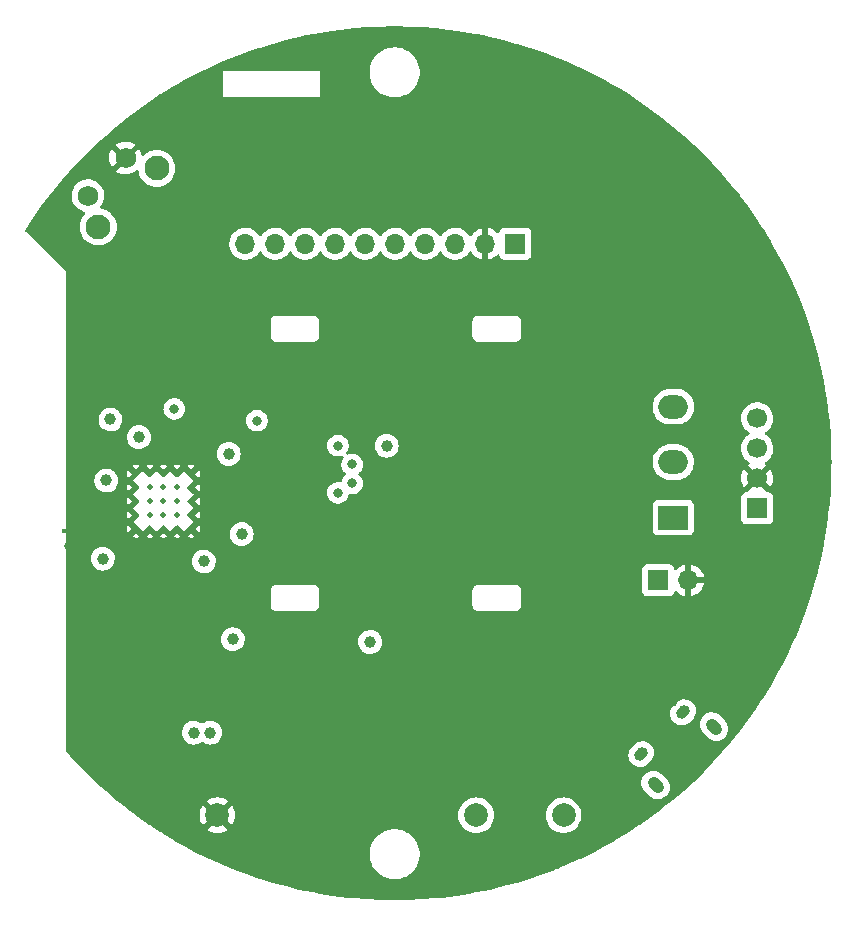
<source format=gbr>
%TF.GenerationSoftware,KiCad,Pcbnew,(6.0.1)*%
%TF.CreationDate,2022-03-12T16:33:18+00:00*%
%TF.ProjectId,Ball_Remote_Components,42616c6c-5f52-4656-9d6f-74655f436f6d,rev?*%
%TF.SameCoordinates,Original*%
%TF.FileFunction,Copper,L2,Inr*%
%TF.FilePolarity,Positive*%
%FSLAX46Y46*%
G04 Gerber Fmt 4.6, Leading zero omitted, Abs format (unit mm)*
G04 Created by KiCad (PCBNEW (6.0.1)) date 2022-03-12 16:33:18*
%MOMM*%
%LPD*%
G01*
G04 APERTURE LIST*
G04 Aperture macros list*
%AMHorizOval*
0 Thick line with rounded ends*
0 $1 width*
0 $2 $3 position (X,Y) of the first rounded end (center of the circle)*
0 $4 $5 position (X,Y) of the second rounded end (center of the circle)*
0 Add line between two ends*
20,1,$1,$2,$3,$4,$5,0*
0 Add two circle primitives to create the rounded ends*
1,1,$1,$2,$3*
1,1,$1,$4,$5*%
G04 Aperture macros list end*
%TA.AperFunction,ComponentPad*%
%ADD10R,1.700000X1.700000*%
%TD*%
%TA.AperFunction,ComponentPad*%
%ADD11O,1.700000X1.700000*%
%TD*%
%TA.AperFunction,ComponentPad*%
%ADD12R,2.500000X2.000000*%
%TD*%
%TA.AperFunction,ComponentPad*%
%ADD13O,2.500000X2.000000*%
%TD*%
%TA.AperFunction,ComponentPad*%
%ADD14C,2.000000*%
%TD*%
%TA.AperFunction,ComponentPad*%
%ADD15C,1.700000*%
%TD*%
%TA.AperFunction,ComponentPad*%
%ADD16HorizOval,0.950000X0.106066X0.106066X-0.106066X-0.106066X0*%
%TD*%
%TA.AperFunction,ComponentPad*%
%ADD17HorizOval,1.000000X-0.194454X0.194454X0.194454X-0.194454X0*%
%TD*%
%TA.AperFunction,ComponentPad*%
%ADD18C,0.500000*%
%TD*%
%TA.AperFunction,ComponentPad*%
%ADD19C,2.100000*%
%TD*%
%TA.AperFunction,ComponentPad*%
%ADD20C,1.750000*%
%TD*%
%TA.AperFunction,ViaPad*%
%ADD21C,1.000000*%
%TD*%
%TA.AperFunction,ViaPad*%
%ADD22C,0.400000*%
%TD*%
%TA.AperFunction,ViaPad*%
%ADD23C,0.800000*%
%TD*%
G04 APERTURE END LIST*
D10*
%TO.N,+2V8*%
%TO.C,J2*%
X156100000Y-86687500D03*
D11*
%TO.N,GND*%
X153560000Y-86687500D03*
%TO.N,/I2C_CLK*%
X151020000Y-86687500D03*
%TO.N,/12C_SDA*%
X148480000Y-86687500D03*
%TO.N,/G_INT*%
X145940000Y-86687500D03*
%TO.N,/G_RDY*%
X143400000Y-86687500D03*
%TO.N,unconnected-(J2-Pad7)*%
X140860000Y-86687500D03*
%TO.N,unconnected-(J2-Pad8)*%
X138320000Y-86687500D03*
%TO.N,unconnected-(J2-Pad9)*%
X135780000Y-86687500D03*
%TO.N,unconnected-(J2-Pad10)*%
X133240000Y-86687500D03*
%TD*%
D12*
%TO.N,/BATT_ON_OFF*%
%TO.C,SW1*%
X169475000Y-109887500D03*
D13*
%TO.N,/BATT+*%
X169475000Y-105187500D03*
%TO.N,unconnected-(SW1-Pad3)*%
X169475000Y-100487500D03*
%TD*%
D10*
%TO.N,/BATT+*%
%TO.C,BT1*%
X168200000Y-115187500D03*
D11*
%TO.N,GND*%
X170740000Y-115187500D03*
%TD*%
D14*
%TO.N,+2V8*%
%TO.C,TP2*%
X160175000Y-135087500D03*
%TD*%
D10*
%TO.N,+2V8*%
%TO.C,J3*%
X176575000Y-109097500D03*
D15*
%TO.N,GND*%
X176575000Y-106557500D03*
%TO.N,/SWIO*%
X176575000Y-104017500D03*
%TO.N,/SWCLK*%
X176575000Y-101477500D03*
%TD*%
D16*
%TO.N,*%
%TO.C,J1*%
X166762205Y-129910239D03*
X170297739Y-126374705D03*
D17*
X172914034Y-127576786D03*
%TO.N,unconnected-(J1-Pad6)*%
X167964286Y-132526534D03*
%TD*%
D14*
%TO.N,GND*%
%TO.C,TP1*%
X130875000Y-135087500D03*
%TD*%
D18*
%TO.N,GND*%
%TO.C,U1*%
X123975000Y-106175000D03*
X128625000Y-110825000D03*
X127462500Y-106175000D03*
X127462500Y-107337500D03*
X125137500Y-110825000D03*
X126300000Y-106175000D03*
X128625000Y-109662500D03*
X126300000Y-108500000D03*
X123975000Y-108500000D03*
X127462500Y-110825000D03*
X123975000Y-110825000D03*
X126300000Y-110825000D03*
X125137500Y-106175000D03*
X126300000Y-107337500D03*
X127462500Y-109662500D03*
X128625000Y-108500000D03*
X127462500Y-108500000D03*
X125137500Y-108500000D03*
X126300000Y-109662500D03*
X125137500Y-109662500D03*
X128625000Y-106175000D03*
X125137500Y-107337500D03*
X123975000Y-109662500D03*
X123975000Y-107337500D03*
X128625000Y-107337500D03*
%TD*%
D19*
%TO.N,*%
%TO.C,RESET1*%
X120789959Y-85269884D03*
X125746778Y-80313066D03*
D20*
%TO.N,/RESET*%
X119913147Y-82625305D03*
%TO.N,GND*%
X123095128Y-79443324D03*
%TD*%
D14*
%TO.N,VCC*%
%TO.C,TP3*%
X152775000Y-135087500D03*
%TD*%
D21*
%TO.N,/BATT_ON_OFF*%
X143800000Y-120412500D03*
%TO.N,GND*%
X134918750Y-110381250D03*
D22*
X122019174Y-110310500D03*
X118500000Y-107000000D03*
D23*
X129600000Y-115100000D03*
D22*
X118500000Y-107800000D03*
X118500000Y-100200000D03*
D21*
X142875000Y-121887500D03*
X133075000Y-128187500D03*
D23*
X125800000Y-115100000D03*
D22*
X120000000Y-109080000D03*
X118500000Y-105400000D03*
X119980000Y-110380000D03*
D21*
X129475000Y-121187500D03*
X139175000Y-124287500D03*
D22*
X120940000Y-109100000D03*
D23*
X127400000Y-115100000D03*
D22*
X118500000Y-104600000D03*
D21*
X127275000Y-122087500D03*
D22*
X120970000Y-110360000D03*
D21*
X169328544Y-125375024D03*
D22*
X117900000Y-111000000D03*
D21*
X127170517Y-113005441D03*
D22*
X118930000Y-110430000D03*
D23*
X122775000Y-123787500D03*
D21*
X124218750Y-100581250D03*
D23*
X119600000Y-113600000D03*
D21*
X144975000Y-121587500D03*
D22*
X118950000Y-109060000D03*
D21*
X142600000Y-127800000D03*
D22*
X118500000Y-103800000D03*
D23*
X118300000Y-112300000D03*
D22*
X118500000Y-106200000D03*
D21*
%TO.N,+2V8*%
X124218750Y-103081250D03*
X129718750Y-113600000D03*
X131818750Y-104500000D03*
X132918750Y-111281250D03*
X145200000Y-103800000D03*
X121460000Y-106740000D03*
X130275000Y-128087500D03*
X121170000Y-113360000D03*
X128875000Y-128087500D03*
%TO.N,/Battery_Level*%
X132175000Y-120187500D03*
X121818750Y-101581250D03*
D23*
%TO.N,/SPI_MISO*%
X142275000Y-106987500D03*
X142275000Y-105387500D03*
%TO.N,/SPI_MOSI*%
X141075000Y-103787500D03*
X141075000Y-107787500D03*
%TO.N,/BOOT0*%
X134218750Y-101681250D03*
X127218750Y-100681250D03*
%TD*%
%TA.AperFunction,Conductor*%
%TO.N,GND*%
G36*
X146183020Y-68300339D02*
G01*
X147034958Y-68313722D01*
X147038914Y-68313846D01*
X148195751Y-68368401D01*
X148199702Y-68368649D01*
X149354296Y-68459518D01*
X149358236Y-68459891D01*
X149847736Y-68513932D01*
X150509381Y-68586978D01*
X150513251Y-68587467D01*
X151179752Y-68682324D01*
X151659861Y-68750654D01*
X151663770Y-68751273D01*
X152199940Y-68844849D01*
X152804695Y-68950396D01*
X152808533Y-68951128D01*
X153352152Y-69063706D01*
X153942602Y-69185983D01*
X153946465Y-69186846D01*
X154764666Y-69383279D01*
X155072639Y-69457217D01*
X155076453Y-69458196D01*
X156193538Y-69763796D01*
X156197305Y-69764890D01*
X157304266Y-70105435D01*
X157308010Y-70106651D01*
X157462263Y-70159464D01*
X158403728Y-70481801D01*
X158407452Y-70483142D01*
X159490811Y-70892508D01*
X159494481Y-70893961D01*
X159697350Y-70977992D01*
X160564462Y-71337162D01*
X160568095Y-71338734D01*
X161067654Y-71564293D01*
X161623663Y-71815341D01*
X161627213Y-71817013D01*
X162191319Y-72093365D01*
X162667237Y-72326515D01*
X162670715Y-72328286D01*
X163694338Y-72870266D01*
X163697693Y-72872110D01*
X164220473Y-73170299D01*
X164703743Y-73445952D01*
X164707150Y-73447967D01*
X165011121Y-73634240D01*
X165694640Y-74053101D01*
X165697942Y-74055196D01*
X166427383Y-74534350D01*
X166665933Y-74691048D01*
X166669207Y-74693273D01*
X167616745Y-75359214D01*
X167619947Y-75361541D01*
X168546068Y-76056893D01*
X168549196Y-76059319D01*
X169453056Y-76783447D01*
X169456105Y-76785970D01*
X170336736Y-77538099D01*
X170339706Y-77540717D01*
X171162921Y-78289785D01*
X171196300Y-78320158D01*
X171199180Y-78322863D01*
X172030904Y-79128859D01*
X172033641Y-79131596D01*
X172715080Y-79834786D01*
X172839633Y-79963315D01*
X172842338Y-79966195D01*
X173073633Y-80220385D01*
X173621783Y-80822794D01*
X173624401Y-80825764D01*
X174376530Y-81706395D01*
X174379053Y-81709444D01*
X175103181Y-82613304D01*
X175105607Y-82616432D01*
X175800959Y-83542553D01*
X175803286Y-83545755D01*
X176469227Y-84493293D01*
X176471452Y-84496567D01*
X177095836Y-85447099D01*
X177107291Y-85464538D01*
X177109399Y-85467860D01*
X177426308Y-85985009D01*
X177714533Y-86455350D01*
X177716548Y-86458757D01*
X177847021Y-86687500D01*
X178290390Y-87464807D01*
X178292234Y-87468162D01*
X178834214Y-88491785D01*
X178835985Y-88495263D01*
X179077130Y-88987500D01*
X179345480Y-89535271D01*
X179347166Y-89538852D01*
X179823766Y-90594405D01*
X179825338Y-90598038D01*
X180268535Y-91668009D01*
X180269992Y-91671689D01*
X180679358Y-92755048D01*
X180680699Y-92758772D01*
X181055845Y-93854479D01*
X181057065Y-93858234D01*
X181397065Y-94963422D01*
X181397605Y-94965178D01*
X181398704Y-94968962D01*
X181704301Y-96086037D01*
X181705286Y-96089871D01*
X181975654Y-97216035D01*
X181976517Y-97219898D01*
X182211367Y-98353942D01*
X182212109Y-98357830D01*
X182411227Y-99498730D01*
X182411846Y-99502639D01*
X182455940Y-99812456D01*
X182575033Y-100649249D01*
X182575522Y-100653119D01*
X182647376Y-101303971D01*
X182702609Y-101804264D01*
X182702982Y-101808204D01*
X182793851Y-102962798D01*
X182794099Y-102966749D01*
X182848654Y-104123586D01*
X182848778Y-104127542D01*
X182858431Y-104742017D01*
X182865269Y-105177274D01*
X182866969Y-105285521D01*
X182866969Y-105289473D01*
X182863637Y-105501600D01*
X182848778Y-106447458D01*
X182848654Y-106451414D01*
X182794099Y-107608251D01*
X182793851Y-107612202D01*
X182702982Y-108766796D01*
X182702609Y-108770736D01*
X182668453Y-109080118D01*
X182601374Y-109687721D01*
X182575525Y-109921856D01*
X182575033Y-109925751D01*
X182501685Y-110441120D01*
X182411846Y-111072361D01*
X182411227Y-111076270D01*
X182334892Y-111513652D01*
X182225638Y-112139654D01*
X182212109Y-112217170D01*
X182211372Y-112221033D01*
X182131376Y-112607318D01*
X181976517Y-113355102D01*
X181975654Y-113358965D01*
X181807561Y-114059123D01*
X181713281Y-114451829D01*
X181705286Y-114485129D01*
X181704304Y-114488953D01*
X181400215Y-115600517D01*
X181398709Y-115606021D01*
X181397610Y-115609805D01*
X181112531Y-116536471D01*
X181057068Y-116716756D01*
X181055845Y-116720521D01*
X180680699Y-117816228D01*
X180679358Y-117819952D01*
X180269992Y-118903311D01*
X180268539Y-118906981D01*
X180157609Y-119174789D01*
X179825338Y-119976962D01*
X179823766Y-119980595D01*
X179628754Y-120412500D01*
X179353265Y-121022641D01*
X179347166Y-121036148D01*
X179345487Y-121039713D01*
X179167530Y-121402969D01*
X178835985Y-122079737D01*
X178834214Y-122083215D01*
X178292234Y-123106838D01*
X178290390Y-123110193D01*
X178010783Y-123600395D01*
X177716548Y-124116243D01*
X177714533Y-124119650D01*
X177109412Y-125107120D01*
X177107304Y-125110442D01*
X176827567Y-125536300D01*
X176471452Y-126078433D01*
X176469227Y-126081707D01*
X175803286Y-127029245D01*
X175800959Y-127032447D01*
X175105607Y-127958568D01*
X175103181Y-127961696D01*
X174379053Y-128865556D01*
X174376530Y-128868605D01*
X173624401Y-129749236D01*
X173621783Y-129752206D01*
X172842342Y-130608800D01*
X172839637Y-130611680D01*
X172033641Y-131443404D01*
X172030904Y-131446141D01*
X171279267Y-132174528D01*
X171199185Y-132252133D01*
X171196300Y-132254842D01*
X170339706Y-133034283D01*
X170336736Y-133036901D01*
X169456105Y-133789030D01*
X169453056Y-133791553D01*
X168549196Y-134515681D01*
X168546068Y-134518107D01*
X167619947Y-135213459D01*
X167616745Y-135215786D01*
X166669207Y-135881727D01*
X166665933Y-135883952D01*
X166565974Y-135949613D01*
X165697942Y-136519804D01*
X165694640Y-136521899D01*
X165307601Y-136759077D01*
X164707150Y-137127033D01*
X164703743Y-137129048D01*
X164352268Y-137329526D01*
X163697693Y-137702890D01*
X163694338Y-137704734D01*
X162670715Y-138246714D01*
X162667236Y-138248485D01*
X161627213Y-138757987D01*
X161623663Y-138759659D01*
X161465585Y-138831034D01*
X160568095Y-139236266D01*
X160564462Y-139237838D01*
X159942288Y-139495551D01*
X159670538Y-139608114D01*
X159494491Y-139681035D01*
X159490811Y-139682492D01*
X158407452Y-140091858D01*
X158403728Y-140093199D01*
X157746522Y-140318212D01*
X157308010Y-140468349D01*
X157304266Y-140469565D01*
X156197305Y-140810110D01*
X156193538Y-140811204D01*
X155076453Y-141116804D01*
X155072639Y-141117783D01*
X154764666Y-141191721D01*
X153946465Y-141388154D01*
X153942602Y-141389017D01*
X153352152Y-141511294D01*
X152808533Y-141623872D01*
X152804695Y-141624604D01*
X152199940Y-141730151D01*
X151663770Y-141823727D01*
X151659861Y-141824346D01*
X151179752Y-141892676D01*
X150513251Y-141987533D01*
X150509381Y-141988022D01*
X149847736Y-142061068D01*
X149358236Y-142115109D01*
X149354296Y-142115482D01*
X148199702Y-142206351D01*
X148195751Y-142206599D01*
X147038914Y-142261154D01*
X147034958Y-142261278D01*
X146183020Y-142274661D01*
X145876973Y-142279469D01*
X145873027Y-142279469D01*
X145566980Y-142274661D01*
X144715042Y-142261278D01*
X144711086Y-142261154D01*
X143554249Y-142206599D01*
X143550298Y-142206351D01*
X142395704Y-142115482D01*
X142391764Y-142115109D01*
X141902264Y-142061068D01*
X141240619Y-141988022D01*
X141236749Y-141987533D01*
X140570248Y-141892676D01*
X140090139Y-141824346D01*
X140086230Y-141823727D01*
X139550060Y-141730151D01*
X138945305Y-141624604D01*
X138941467Y-141623872D01*
X138397848Y-141511294D01*
X137807398Y-141389017D01*
X137803535Y-141388154D01*
X136985334Y-141191721D01*
X136677361Y-141117783D01*
X136673547Y-141116804D01*
X135556462Y-140811204D01*
X135552695Y-140810110D01*
X134445734Y-140469565D01*
X134441990Y-140468349D01*
X134003478Y-140318212D01*
X133346272Y-140093199D01*
X133342548Y-140091858D01*
X132259189Y-139682492D01*
X132255509Y-139681035D01*
X132079463Y-139608114D01*
X131807712Y-139495551D01*
X131185538Y-139237838D01*
X131181905Y-139236266D01*
X130284415Y-138831034D01*
X130126337Y-138759659D01*
X130122787Y-138757987D01*
X129637409Y-138520203D01*
X143765743Y-138520203D01*
X143803268Y-138805234D01*
X143879129Y-139082536D01*
X143880813Y-139086484D01*
X143945048Y-139237079D01*
X143991923Y-139346976D01*
X144139561Y-139593661D01*
X144319313Y-139818028D01*
X144527851Y-140015923D01*
X144634504Y-140092561D01*
X144747966Y-140174092D01*
X144761317Y-140183686D01*
X144765112Y-140185695D01*
X144765113Y-140185696D01*
X144786869Y-140197215D01*
X145015392Y-140318212D01*
X145285373Y-140417011D01*
X145566264Y-140478255D01*
X145594841Y-140480504D01*
X145789282Y-140495807D01*
X145789291Y-140495807D01*
X145791739Y-140496000D01*
X145947271Y-140496000D01*
X145949407Y-140495854D01*
X145949418Y-140495854D01*
X146157548Y-140481665D01*
X146157554Y-140481664D01*
X146161825Y-140481373D01*
X146166020Y-140480504D01*
X146166022Y-140480504D01*
X146302583Y-140452224D01*
X146443342Y-140423074D01*
X146714343Y-140327107D01*
X146969812Y-140195250D01*
X146973313Y-140192789D01*
X146973317Y-140192787D01*
X147116924Y-140091858D01*
X147205023Y-140029941D01*
X147415622Y-139834240D01*
X147597713Y-139611768D01*
X147747927Y-139366642D01*
X147863483Y-139103398D01*
X147942244Y-138826906D01*
X147982751Y-138542284D01*
X147982845Y-138524451D01*
X147984235Y-138259083D01*
X147984235Y-138259076D01*
X147984257Y-138254797D01*
X147946732Y-137969766D01*
X147870871Y-137692464D01*
X147758077Y-137428024D01*
X147610439Y-137181339D01*
X147430687Y-136956972D01*
X147222149Y-136759077D01*
X146988683Y-136591314D01*
X146966843Y-136579750D01*
X146943654Y-136567472D01*
X146734608Y-136456788D01*
X146464627Y-136357989D01*
X146183736Y-136296745D01*
X146152685Y-136294301D01*
X145960718Y-136279193D01*
X145960709Y-136279193D01*
X145958261Y-136279000D01*
X145802729Y-136279000D01*
X145800593Y-136279146D01*
X145800582Y-136279146D01*
X145592452Y-136293335D01*
X145592446Y-136293336D01*
X145588175Y-136293627D01*
X145583980Y-136294496D01*
X145583978Y-136294496D01*
X145505085Y-136310834D01*
X145306658Y-136351926D01*
X145035657Y-136447893D01*
X144780188Y-136579750D01*
X144776687Y-136582211D01*
X144776683Y-136582213D01*
X144766594Y-136589304D01*
X144544977Y-136745059D01*
X144334378Y-136940760D01*
X144152287Y-137163232D01*
X144002073Y-137408358D01*
X143886517Y-137671602D01*
X143807756Y-137948094D01*
X143767249Y-138232716D01*
X143767227Y-138237005D01*
X143767226Y-138237012D01*
X143765765Y-138515917D01*
X143765743Y-138520203D01*
X129637409Y-138520203D01*
X129082764Y-138248485D01*
X129079285Y-138246714D01*
X128055662Y-137704734D01*
X128052307Y-137702890D01*
X127397732Y-137329527D01*
X127046257Y-137129048D01*
X127042850Y-137127033D01*
X126442399Y-136759077D01*
X126055360Y-136521899D01*
X126052058Y-136519804D01*
X125748145Y-136320170D01*
X130007160Y-136320170D01*
X130012887Y-136327820D01*
X130184042Y-136432705D01*
X130192837Y-136437187D01*
X130402988Y-136524234D01*
X130412373Y-136527283D01*
X130633554Y-136580385D01*
X130643301Y-136581928D01*
X130870070Y-136599775D01*
X130879930Y-136599775D01*
X131106699Y-136581928D01*
X131116446Y-136580385D01*
X131337627Y-136527283D01*
X131347012Y-136524234D01*
X131557163Y-136437187D01*
X131565958Y-136432705D01*
X131733445Y-136330068D01*
X131742907Y-136319610D01*
X131739124Y-136310834D01*
X130887812Y-135459522D01*
X130873868Y-135451908D01*
X130872035Y-135452039D01*
X130865420Y-135456290D01*
X130013920Y-136307790D01*
X130007160Y-136320170D01*
X125748145Y-136320170D01*
X125184026Y-135949613D01*
X125084067Y-135883952D01*
X125080793Y-135881727D01*
X124133255Y-135215786D01*
X124130053Y-135213459D01*
X123968858Y-135092430D01*
X129362725Y-135092430D01*
X129380572Y-135319199D01*
X129382115Y-135328946D01*
X129435217Y-135550127D01*
X129438266Y-135559512D01*
X129525313Y-135769663D01*
X129529795Y-135778458D01*
X129632432Y-135945945D01*
X129642890Y-135955407D01*
X129651666Y-135951624D01*
X130502978Y-135100312D01*
X130509356Y-135088632D01*
X131239408Y-135088632D01*
X131239539Y-135090465D01*
X131243790Y-135097080D01*
X132095290Y-135948580D01*
X132107670Y-135955340D01*
X132115320Y-135949613D01*
X132220205Y-135778458D01*
X132224687Y-135769663D01*
X132311734Y-135559512D01*
X132314783Y-135550127D01*
X132367885Y-135328946D01*
X132369428Y-135319199D01*
X132387275Y-135092430D01*
X132387275Y-135087500D01*
X151261835Y-135087500D01*
X151280465Y-135324211D01*
X151335895Y-135555094D01*
X151337788Y-135559665D01*
X151337789Y-135559667D01*
X151424772Y-135769663D01*
X151426760Y-135774463D01*
X151429346Y-135778683D01*
X151548241Y-135972702D01*
X151548245Y-135972708D01*
X151550824Y-135976916D01*
X151705031Y-136157469D01*
X151885584Y-136311676D01*
X151889792Y-136314255D01*
X151889798Y-136314259D01*
X152083084Y-136432705D01*
X152088037Y-136435740D01*
X152092607Y-136437633D01*
X152092611Y-136437635D01*
X152302833Y-136524711D01*
X152307406Y-136526605D01*
X152387609Y-136545860D01*
X152533476Y-136580880D01*
X152533482Y-136580881D01*
X152538289Y-136582035D01*
X152775000Y-136600665D01*
X153011711Y-136582035D01*
X153016518Y-136580881D01*
X153016524Y-136580880D01*
X153162391Y-136545860D01*
X153242594Y-136526605D01*
X153247167Y-136524711D01*
X153457389Y-136437635D01*
X153457393Y-136437633D01*
X153461963Y-136435740D01*
X153466916Y-136432705D01*
X153660202Y-136314259D01*
X153660208Y-136314255D01*
X153664416Y-136311676D01*
X153844969Y-136157469D01*
X153999176Y-135976916D01*
X154001755Y-135972708D01*
X154001759Y-135972702D01*
X154120654Y-135778683D01*
X154123240Y-135774463D01*
X154125229Y-135769663D01*
X154212211Y-135559667D01*
X154212212Y-135559665D01*
X154214105Y-135555094D01*
X154269535Y-135324211D01*
X154288165Y-135087500D01*
X158661835Y-135087500D01*
X158680465Y-135324211D01*
X158735895Y-135555094D01*
X158737788Y-135559665D01*
X158737789Y-135559667D01*
X158824772Y-135769663D01*
X158826760Y-135774463D01*
X158829346Y-135778683D01*
X158948241Y-135972702D01*
X158948245Y-135972708D01*
X158950824Y-135976916D01*
X159105031Y-136157469D01*
X159285584Y-136311676D01*
X159289792Y-136314255D01*
X159289798Y-136314259D01*
X159483084Y-136432705D01*
X159488037Y-136435740D01*
X159492607Y-136437633D01*
X159492611Y-136437635D01*
X159702833Y-136524711D01*
X159707406Y-136526605D01*
X159787609Y-136545860D01*
X159933476Y-136580880D01*
X159933482Y-136580881D01*
X159938289Y-136582035D01*
X160175000Y-136600665D01*
X160411711Y-136582035D01*
X160416518Y-136580881D01*
X160416524Y-136580880D01*
X160562391Y-136545860D01*
X160642594Y-136526605D01*
X160647167Y-136524711D01*
X160857389Y-136437635D01*
X160857393Y-136437633D01*
X160861963Y-136435740D01*
X160866916Y-136432705D01*
X161060202Y-136314259D01*
X161060208Y-136314255D01*
X161064416Y-136311676D01*
X161244969Y-136157469D01*
X161399176Y-135976916D01*
X161401755Y-135972708D01*
X161401759Y-135972702D01*
X161520654Y-135778683D01*
X161523240Y-135774463D01*
X161525229Y-135769663D01*
X161612211Y-135559667D01*
X161612212Y-135559665D01*
X161614105Y-135555094D01*
X161669535Y-135324211D01*
X161688165Y-135087500D01*
X161669535Y-134850789D01*
X161614105Y-134619906D01*
X161570934Y-134515681D01*
X161525135Y-134405111D01*
X161525133Y-134405107D01*
X161523240Y-134400537D01*
X161520654Y-134396317D01*
X161401759Y-134202298D01*
X161401755Y-134202292D01*
X161399176Y-134198084D01*
X161244969Y-134017531D01*
X161064416Y-133863324D01*
X161060208Y-133860745D01*
X161060202Y-133860741D01*
X160866183Y-133741846D01*
X160861963Y-133739260D01*
X160857393Y-133737367D01*
X160857389Y-133737365D01*
X160647167Y-133650289D01*
X160647165Y-133650288D01*
X160642594Y-133648395D01*
X160562391Y-133629140D01*
X160416524Y-133594120D01*
X160416518Y-133594119D01*
X160411711Y-133592965D01*
X160175000Y-133574335D01*
X159938289Y-133592965D01*
X159933482Y-133594119D01*
X159933476Y-133594120D01*
X159787609Y-133629140D01*
X159707406Y-133648395D01*
X159702835Y-133650288D01*
X159702833Y-133650289D01*
X159492611Y-133737365D01*
X159492607Y-133737367D01*
X159488037Y-133739260D01*
X159483817Y-133741846D01*
X159289798Y-133860741D01*
X159289792Y-133860745D01*
X159285584Y-133863324D01*
X159105031Y-134017531D01*
X158950824Y-134198084D01*
X158948245Y-134202292D01*
X158948241Y-134202298D01*
X158829346Y-134396317D01*
X158826760Y-134400537D01*
X158824867Y-134405107D01*
X158824865Y-134405111D01*
X158779066Y-134515681D01*
X158735895Y-134619906D01*
X158680465Y-134850789D01*
X158661835Y-135087500D01*
X154288165Y-135087500D01*
X154269535Y-134850789D01*
X154214105Y-134619906D01*
X154170934Y-134515681D01*
X154125135Y-134405111D01*
X154125133Y-134405107D01*
X154123240Y-134400537D01*
X154120654Y-134396317D01*
X154001759Y-134202298D01*
X154001755Y-134202292D01*
X153999176Y-134198084D01*
X153844969Y-134017531D01*
X153664416Y-133863324D01*
X153660208Y-133860745D01*
X153660202Y-133860741D01*
X153466183Y-133741846D01*
X153461963Y-133739260D01*
X153457393Y-133737367D01*
X153457389Y-133737365D01*
X153247167Y-133650289D01*
X153247165Y-133650288D01*
X153242594Y-133648395D01*
X153162391Y-133629140D01*
X153016524Y-133594120D01*
X153016518Y-133594119D01*
X153011711Y-133592965D01*
X152775000Y-133574335D01*
X152538289Y-133592965D01*
X152533482Y-133594119D01*
X152533476Y-133594120D01*
X152387609Y-133629140D01*
X152307406Y-133648395D01*
X152302835Y-133650288D01*
X152302833Y-133650289D01*
X152092611Y-133737365D01*
X152092607Y-133737367D01*
X152088037Y-133739260D01*
X152083817Y-133741846D01*
X151889798Y-133860741D01*
X151889792Y-133860745D01*
X151885584Y-133863324D01*
X151705031Y-134017531D01*
X151550824Y-134198084D01*
X151548245Y-134202292D01*
X151548241Y-134202298D01*
X151429346Y-134396317D01*
X151426760Y-134400537D01*
X151424867Y-134405107D01*
X151424865Y-134405111D01*
X151379066Y-134515681D01*
X151335895Y-134619906D01*
X151280465Y-134850789D01*
X151261835Y-135087500D01*
X132387275Y-135087500D01*
X132387275Y-135082570D01*
X132369428Y-134855801D01*
X132367885Y-134846054D01*
X132314783Y-134624873D01*
X132311734Y-134615488D01*
X132224687Y-134405337D01*
X132220205Y-134396542D01*
X132117568Y-134229055D01*
X132107110Y-134219593D01*
X132098334Y-134223376D01*
X131247022Y-135074688D01*
X131239408Y-135088632D01*
X130509356Y-135088632D01*
X130510592Y-135086368D01*
X130510461Y-135084535D01*
X130506210Y-135077920D01*
X129654710Y-134226420D01*
X129642330Y-134219660D01*
X129634680Y-134225387D01*
X129529795Y-134396542D01*
X129525313Y-134405337D01*
X129438266Y-134615488D01*
X129435217Y-134624873D01*
X129382115Y-134846054D01*
X129380572Y-134855801D01*
X129362725Y-135082570D01*
X129362725Y-135092430D01*
X123968858Y-135092430D01*
X123203932Y-134518107D01*
X123200804Y-134515681D01*
X122376626Y-133855390D01*
X130007093Y-133855390D01*
X130010876Y-133864166D01*
X130862188Y-134715478D01*
X130876132Y-134723092D01*
X130877965Y-134722961D01*
X130884580Y-134718710D01*
X131736080Y-133867210D01*
X131742840Y-133854830D01*
X131737113Y-133847180D01*
X131565958Y-133742295D01*
X131557163Y-133737813D01*
X131347012Y-133650766D01*
X131337627Y-133647717D01*
X131116446Y-133594615D01*
X131106699Y-133593072D01*
X130879930Y-133575225D01*
X130870070Y-133575225D01*
X130643301Y-133593072D01*
X130633554Y-133594615D01*
X130412373Y-133647717D01*
X130402988Y-133650766D01*
X130192837Y-133737813D01*
X130184042Y-133742295D01*
X130016555Y-133844932D01*
X130007093Y-133855390D01*
X122376626Y-133855390D01*
X122296944Y-133791553D01*
X122293895Y-133789030D01*
X121413264Y-133036901D01*
X121410294Y-133034283D01*
X120626921Y-132321468D01*
X166756508Y-132321468D01*
X166773745Y-132518493D01*
X166775464Y-132524410D01*
X166775465Y-132524415D01*
X166813446Y-132655144D01*
X166828923Y-132708416D01*
X166919940Y-132884006D01*
X167016570Y-133005053D01*
X167480815Y-133469297D01*
X167595001Y-133563091D01*
X167769303Y-133656550D01*
X167877959Y-133689770D01*
X167952540Y-133712572D01*
X167952542Y-133712572D01*
X167958438Y-133714375D01*
X168016291Y-133720252D01*
X168149074Y-133733740D01*
X168149079Y-133733740D01*
X168155202Y-133734362D01*
X168279265Y-133722634D01*
X168345969Y-133716329D01*
X168345971Y-133716329D01*
X168352102Y-133715749D01*
X168446869Y-133687498D01*
X168535733Y-133661007D01*
X168535735Y-133661006D01*
X168541636Y-133659247D01*
X168716586Y-133567006D01*
X168870287Y-133442541D01*
X168996886Y-133290592D01*
X169091562Y-133116947D01*
X169150705Y-132928220D01*
X169154986Y-132888816D01*
X169171399Y-132737725D01*
X169171399Y-132737721D01*
X169172064Y-132731600D01*
X169154827Y-132534575D01*
X169153108Y-132528658D01*
X169153107Y-132528653D01*
X169101367Y-132350566D01*
X169099649Y-132344652D01*
X169008632Y-132169062D01*
X168912002Y-132048015D01*
X168447757Y-131583771D01*
X168333571Y-131489977D01*
X168159269Y-131396518D01*
X168050613Y-131363298D01*
X167976032Y-131340496D01*
X167976030Y-131340496D01*
X167970134Y-131338693D01*
X167912281Y-131332816D01*
X167779498Y-131319328D01*
X167779493Y-131319328D01*
X167773370Y-131318706D01*
X167649307Y-131330434D01*
X167582603Y-131336739D01*
X167582601Y-131336739D01*
X167576470Y-131337319D01*
X167481703Y-131365570D01*
X167392839Y-131392061D01*
X167392837Y-131392062D01*
X167386936Y-131393821D01*
X167211986Y-131486062D01*
X167058285Y-131610527D01*
X166931686Y-131762476D01*
X166837010Y-131936121D01*
X166777867Y-132124848D01*
X166777202Y-132130971D01*
X166777201Y-132130975D01*
X166757173Y-132315343D01*
X166756508Y-132321468D01*
X120626921Y-132321468D01*
X120553700Y-132254842D01*
X120550815Y-132252133D01*
X120470733Y-132174528D01*
X119719096Y-131446141D01*
X119716359Y-131443404D01*
X118910363Y-130611680D01*
X118907658Y-130608800D01*
X118390506Y-130040458D01*
X165667862Y-130040458D01*
X165692904Y-130238686D01*
X165757293Y-130427828D01*
X165858400Y-130600161D01*
X165992095Y-130748644D01*
X166152915Y-130867210D01*
X166334291Y-130951018D01*
X166528815Y-130996643D01*
X166641196Y-130999782D01*
X166722158Y-131002044D01*
X166722161Y-131002044D01*
X166728540Y-131002222D01*
X166925308Y-130967526D01*
X167111080Y-130893974D01*
X167116427Y-130890475D01*
X167274215Y-130787221D01*
X167274219Y-130787218D01*
X167278267Y-130784569D01*
X167283151Y-130780172D01*
X167599019Y-130464304D01*
X167693578Y-130348363D01*
X167786146Y-130171296D01*
X167841219Y-129979234D01*
X167856548Y-129780020D01*
X167831506Y-129581792D01*
X167767117Y-129392650D01*
X167666010Y-129220317D01*
X167532315Y-129071834D01*
X167371495Y-128953268D01*
X167190119Y-128869460D01*
X166995595Y-128823835D01*
X166883214Y-128820696D01*
X166802252Y-128818434D01*
X166802249Y-128818434D01*
X166795870Y-128818256D01*
X166599102Y-128852952D01*
X166413330Y-128926504D01*
X166407983Y-128930003D01*
X166250195Y-129033257D01*
X166250191Y-129033260D01*
X166246143Y-129035909D01*
X166241259Y-129040306D01*
X165925391Y-129356174D01*
X165830832Y-129472115D01*
X165738264Y-129649182D01*
X165683191Y-129841244D01*
X165667862Y-130040458D01*
X118390506Y-130040458D01*
X118128217Y-129752206D01*
X118125619Y-129749260D01*
X118105188Y-129725338D01*
X118076158Y-129660550D01*
X118075000Y-129643509D01*
X118075000Y-128073351D01*
X127861719Y-128073351D01*
X127878268Y-128270434D01*
X127932783Y-128460550D01*
X127935602Y-128466035D01*
X128013321Y-128617258D01*
X128023187Y-128636456D01*
X128146035Y-128791453D01*
X128150728Y-128795447D01*
X128150729Y-128795448D01*
X128255926Y-128884977D01*
X128296650Y-128919636D01*
X128469294Y-129016124D01*
X128657392Y-129077240D01*
X128853777Y-129100658D01*
X128859912Y-129100186D01*
X128859914Y-129100186D01*
X129044830Y-129085957D01*
X129044834Y-129085956D01*
X129050972Y-129085484D01*
X129241463Y-129032298D01*
X129246967Y-129029518D01*
X129246969Y-129029517D01*
X129412495Y-128945904D01*
X129412497Y-128945903D01*
X129417996Y-128943125D01*
X129496692Y-128881641D01*
X129562685Y-128855465D01*
X129632355Y-128869123D01*
X129655925Y-128884977D01*
X129696650Y-128919636D01*
X129869294Y-129016124D01*
X130057392Y-129077240D01*
X130253777Y-129100658D01*
X130259912Y-129100186D01*
X130259914Y-129100186D01*
X130444830Y-129085957D01*
X130444834Y-129085956D01*
X130450972Y-129085484D01*
X130641463Y-129032298D01*
X130646967Y-129029518D01*
X130646969Y-129029517D01*
X130812495Y-128945904D01*
X130812497Y-128945903D01*
X130817996Y-128943125D01*
X130973847Y-128821361D01*
X131103078Y-128671645D01*
X131200769Y-128499679D01*
X131263197Y-128312013D01*
X131287985Y-128115795D01*
X131288380Y-128087500D01*
X131269080Y-127890667D01*
X131211916Y-127701331D01*
X131119066Y-127526704D01*
X131048709Y-127440438D01*
X130997960Y-127378213D01*
X130997957Y-127378210D01*
X130994065Y-127373438D01*
X130987724Y-127368192D01*
X130846425Y-127251299D01*
X130846421Y-127251297D01*
X130841675Y-127247370D01*
X130667701Y-127153302D01*
X130478768Y-127094818D01*
X130472643Y-127094174D01*
X130472642Y-127094174D01*
X130288204Y-127074789D01*
X130288202Y-127074789D01*
X130282075Y-127074145D01*
X130199576Y-127081653D01*
X130091251Y-127091511D01*
X130091248Y-127091512D01*
X130085112Y-127092070D01*
X130079206Y-127093808D01*
X130079202Y-127093809D01*
X129974076Y-127124749D01*
X129895381Y-127147910D01*
X129889923Y-127150763D01*
X129889919Y-127150765D01*
X129799147Y-127198220D01*
X129720110Y-127239540D01*
X129654193Y-127292538D01*
X129588575Y-127319634D01*
X129518720Y-127306951D01*
X129494928Y-127291425D01*
X129446424Y-127251299D01*
X129441675Y-127247370D01*
X129267701Y-127153302D01*
X129078768Y-127094818D01*
X129072643Y-127094174D01*
X129072642Y-127094174D01*
X128888204Y-127074789D01*
X128888202Y-127074789D01*
X128882075Y-127074145D01*
X128799576Y-127081653D01*
X128691251Y-127091511D01*
X128691248Y-127091512D01*
X128685112Y-127092070D01*
X128679206Y-127093808D01*
X128679202Y-127093809D01*
X128574076Y-127124749D01*
X128495381Y-127147910D01*
X128489923Y-127150763D01*
X128489919Y-127150765D01*
X128399147Y-127198220D01*
X128320110Y-127239540D01*
X128165975Y-127363468D01*
X128038846Y-127514974D01*
X128035879Y-127520372D01*
X128035875Y-127520377D01*
X127957095Y-127663680D01*
X127943567Y-127688287D01*
X127941706Y-127694154D01*
X127941705Y-127694156D01*
X127923117Y-127752754D01*
X127883765Y-127876806D01*
X127861719Y-128073351D01*
X118075000Y-128073351D01*
X118075000Y-126504924D01*
X169203396Y-126504924D01*
X169228438Y-126703152D01*
X169292827Y-126892294D01*
X169296057Y-126897799D01*
X169373176Y-127029245D01*
X169393934Y-127064627D01*
X169527629Y-127213110D01*
X169574098Y-127247370D01*
X169672116Y-127319634D01*
X169688449Y-127331676D01*
X169869825Y-127415484D01*
X170064349Y-127461109D01*
X170176730Y-127464248D01*
X170257692Y-127466510D01*
X170257695Y-127466510D01*
X170264074Y-127466688D01*
X170460842Y-127431992D01*
X170613072Y-127371720D01*
X171706256Y-127371720D01*
X171723493Y-127568745D01*
X171725212Y-127574662D01*
X171725213Y-127574667D01*
X171741571Y-127630971D01*
X171778671Y-127758668D01*
X171869688Y-127934258D01*
X171966318Y-128055305D01*
X172430563Y-128519549D01*
X172544749Y-128613343D01*
X172550182Y-128616256D01*
X172643485Y-128666284D01*
X172719051Y-128706802D01*
X172827707Y-128740022D01*
X172902288Y-128762824D01*
X172902290Y-128762824D01*
X172908186Y-128764627D01*
X172966039Y-128770504D01*
X173098822Y-128783992D01*
X173098827Y-128783992D01*
X173104950Y-128784614D01*
X173229013Y-128772886D01*
X173295717Y-128766581D01*
X173295719Y-128766581D01*
X173301850Y-128766001D01*
X173396617Y-128737750D01*
X173485481Y-128711259D01*
X173485483Y-128711258D01*
X173491384Y-128709499D01*
X173666334Y-128617258D01*
X173820035Y-128492793D01*
X173946634Y-128340844D01*
X174041310Y-128167199D01*
X174100453Y-127978472D01*
X174102276Y-127961696D01*
X174121147Y-127787977D01*
X174121147Y-127787973D01*
X174121812Y-127781852D01*
X174104575Y-127584827D01*
X174102856Y-127578910D01*
X174102855Y-127578905D01*
X174051115Y-127400818D01*
X174049397Y-127394904D01*
X173958380Y-127219314D01*
X173861750Y-127098267D01*
X173397505Y-126634023D01*
X173283319Y-126540229D01*
X173109017Y-126446770D01*
X173000361Y-126413550D01*
X172925780Y-126390748D01*
X172925778Y-126390748D01*
X172919882Y-126388945D01*
X172862029Y-126383068D01*
X172729246Y-126369580D01*
X172729241Y-126369580D01*
X172723118Y-126368958D01*
X172599055Y-126380686D01*
X172532351Y-126386991D01*
X172532349Y-126386991D01*
X172526218Y-126387571D01*
X172431451Y-126415822D01*
X172342587Y-126442313D01*
X172342585Y-126442314D01*
X172336684Y-126444073D01*
X172161734Y-126536314D01*
X172156948Y-126540190D01*
X172156946Y-126540191D01*
X172016446Y-126653966D01*
X172008033Y-126660779D01*
X172004088Y-126665514D01*
X171886061Y-126807175D01*
X171881434Y-126812728D01*
X171786758Y-126986373D01*
X171727615Y-127175100D01*
X171726950Y-127181223D01*
X171726949Y-127181227D01*
X171707572Y-127359604D01*
X171706256Y-127371720D01*
X170613072Y-127371720D01*
X170646614Y-127358440D01*
X170651961Y-127354941D01*
X170809749Y-127251687D01*
X170809753Y-127251684D01*
X170813801Y-127249035D01*
X170818685Y-127244638D01*
X171134553Y-126928770D01*
X171229112Y-126812829D01*
X171321680Y-126635762D01*
X171376753Y-126443700D01*
X171392082Y-126244486D01*
X171367040Y-126046258D01*
X171302651Y-125857116D01*
X171201544Y-125684783D01*
X171067849Y-125536300D01*
X170907029Y-125417734D01*
X170725653Y-125333926D01*
X170531129Y-125288301D01*
X170418748Y-125285162D01*
X170337786Y-125282900D01*
X170337783Y-125282900D01*
X170331404Y-125282722D01*
X170134636Y-125317418D01*
X169948864Y-125390970D01*
X169943517Y-125394469D01*
X169785729Y-125497723D01*
X169785725Y-125497726D01*
X169781677Y-125500375D01*
X169776793Y-125504772D01*
X169460925Y-125820640D01*
X169366366Y-125936581D01*
X169273798Y-126113648D01*
X169218725Y-126305710D01*
X169218236Y-126312069D01*
X169207647Y-126449683D01*
X169203396Y-126504924D01*
X118075000Y-126504924D01*
X118075000Y-120173351D01*
X131161719Y-120173351D01*
X131178268Y-120370434D01*
X131232783Y-120560550D01*
X131323187Y-120736456D01*
X131446035Y-120891453D01*
X131450728Y-120895447D01*
X131450729Y-120895448D01*
X131569636Y-120996645D01*
X131596650Y-121019636D01*
X131769294Y-121116124D01*
X131957392Y-121177240D01*
X132153777Y-121200658D01*
X132159912Y-121200186D01*
X132159914Y-121200186D01*
X132344830Y-121185957D01*
X132344834Y-121185956D01*
X132350972Y-121185484D01*
X132541463Y-121132298D01*
X132546967Y-121129518D01*
X132546969Y-121129517D01*
X132712495Y-121045904D01*
X132712497Y-121045903D01*
X132717996Y-121043125D01*
X132873847Y-120921361D01*
X133003078Y-120771645D01*
X133100769Y-120599679D01*
X133163197Y-120412013D01*
X133164923Y-120398351D01*
X142786719Y-120398351D01*
X142803268Y-120595434D01*
X142804967Y-120601358D01*
X142853796Y-120771645D01*
X142857783Y-120785550D01*
X142948187Y-120961456D01*
X143071035Y-121116453D01*
X143075728Y-121120447D01*
X143075729Y-121120448D01*
X143140223Y-121175336D01*
X143221650Y-121244636D01*
X143394294Y-121341124D01*
X143582392Y-121402240D01*
X143778777Y-121425658D01*
X143784912Y-121425186D01*
X143784914Y-121425186D01*
X143969830Y-121410957D01*
X143969834Y-121410956D01*
X143975972Y-121410484D01*
X144166463Y-121357298D01*
X144171967Y-121354518D01*
X144171969Y-121354517D01*
X144337495Y-121270904D01*
X144337497Y-121270903D01*
X144342996Y-121268125D01*
X144498847Y-121146361D01*
X144608233Y-121019636D01*
X144624049Y-121001313D01*
X144624050Y-121001311D01*
X144628078Y-120996645D01*
X144725769Y-120824679D01*
X144788197Y-120637013D01*
X144812985Y-120440795D01*
X144813380Y-120412500D01*
X144794080Y-120215667D01*
X144736916Y-120026331D01*
X144644066Y-119851704D01*
X144573709Y-119765438D01*
X144522960Y-119703213D01*
X144522957Y-119703210D01*
X144519065Y-119698438D01*
X144512724Y-119693192D01*
X144371425Y-119576299D01*
X144371421Y-119576297D01*
X144366675Y-119572370D01*
X144192701Y-119478302D01*
X144003768Y-119419818D01*
X143997643Y-119419174D01*
X143997642Y-119419174D01*
X143813204Y-119399789D01*
X143813202Y-119399789D01*
X143807075Y-119399145D01*
X143724576Y-119406653D01*
X143616251Y-119416511D01*
X143616248Y-119416512D01*
X143610112Y-119417070D01*
X143604206Y-119418808D01*
X143604202Y-119418809D01*
X143499076Y-119449749D01*
X143420381Y-119472910D01*
X143414923Y-119475763D01*
X143414919Y-119475765D01*
X143324147Y-119523220D01*
X143245110Y-119564540D01*
X143090975Y-119688468D01*
X142963846Y-119839974D01*
X142960879Y-119845372D01*
X142960875Y-119845377D01*
X142888622Y-119976806D01*
X142868567Y-120013287D01*
X142866706Y-120019154D01*
X142866705Y-120019156D01*
X142810627Y-120195936D01*
X142808765Y-120201806D01*
X142786719Y-120398351D01*
X133164923Y-120398351D01*
X133187985Y-120215795D01*
X133188380Y-120187500D01*
X133169080Y-119990667D01*
X133111916Y-119801331D01*
X133019066Y-119626704D01*
X132900422Y-119481232D01*
X132897960Y-119478213D01*
X132897957Y-119478210D01*
X132894065Y-119473438D01*
X132887724Y-119468192D01*
X132746425Y-119351299D01*
X132746421Y-119351297D01*
X132741675Y-119347370D01*
X132567701Y-119253302D01*
X132378768Y-119194818D01*
X132372643Y-119194174D01*
X132372642Y-119194174D01*
X132188204Y-119174789D01*
X132188202Y-119174789D01*
X132182075Y-119174145D01*
X132099576Y-119181653D01*
X131991251Y-119191511D01*
X131991248Y-119191512D01*
X131985112Y-119192070D01*
X131979206Y-119193808D01*
X131979202Y-119193809D01*
X131874076Y-119224749D01*
X131795381Y-119247910D01*
X131789923Y-119250763D01*
X131789919Y-119250765D01*
X131732061Y-119281013D01*
X131620110Y-119339540D01*
X131465975Y-119463468D01*
X131338846Y-119614974D01*
X131335879Y-119620372D01*
X131335875Y-119620377D01*
X131257095Y-119763680D01*
X131243567Y-119788287D01*
X131241706Y-119794154D01*
X131241705Y-119794156D01*
X131228670Y-119835247D01*
X131183765Y-119976806D01*
X131161719Y-120173351D01*
X118075000Y-120173351D01*
X118075000Y-117357152D01*
X135366524Y-117357152D01*
X135368990Y-117365781D01*
X135368991Y-117365786D01*
X135374639Y-117385548D01*
X135378217Y-117402309D01*
X135381130Y-117422652D01*
X135381133Y-117422662D01*
X135382405Y-117431545D01*
X135393021Y-117454895D01*
X135399464Y-117472407D01*
X135406512Y-117497065D01*
X135422274Y-117522048D01*
X135430404Y-117537114D01*
X135442633Y-117564010D01*
X135459374Y-117583439D01*
X135470479Y-117598447D01*
X135484160Y-117620131D01*
X135490888Y-117626073D01*
X135506296Y-117639681D01*
X135518340Y-117651873D01*
X135537619Y-117674247D01*
X135545147Y-117679126D01*
X135545150Y-117679129D01*
X135559139Y-117688196D01*
X135574013Y-117699486D01*
X135593228Y-117716456D01*
X135601354Y-117720271D01*
X135601355Y-117720272D01*
X135607021Y-117722932D01*
X135619966Y-117729010D01*
X135634935Y-117737324D01*
X135659727Y-117753393D01*
X135676650Y-117758454D01*
X135684290Y-117760739D01*
X135701736Y-117767401D01*
X135724948Y-117778299D01*
X135754130Y-117782843D01*
X135770849Y-117786626D01*
X135790536Y-117792514D01*
X135790539Y-117792515D01*
X135799141Y-117795087D01*
X135808116Y-117795142D01*
X135808117Y-117795142D01*
X135814810Y-117795183D01*
X135833556Y-117795297D01*
X135834328Y-117795330D01*
X135835423Y-117795500D01*
X135866298Y-117795500D01*
X135867068Y-117795502D01*
X135940716Y-117795952D01*
X135940717Y-117795952D01*
X135944652Y-117795976D01*
X135945996Y-117795592D01*
X135947341Y-117795500D01*
X138966298Y-117795500D01*
X138967069Y-117795502D01*
X139044652Y-117795976D01*
X139053281Y-117793510D01*
X139053286Y-117793509D01*
X139073048Y-117787861D01*
X139089809Y-117784283D01*
X139110152Y-117781370D01*
X139110162Y-117781367D01*
X139119045Y-117780095D01*
X139142395Y-117769479D01*
X139159907Y-117763036D01*
X139175937Y-117758454D01*
X139184565Y-117755988D01*
X139209548Y-117740226D01*
X139224614Y-117732096D01*
X139251510Y-117719867D01*
X139270939Y-117703126D01*
X139285947Y-117692021D01*
X139300039Y-117683130D01*
X139307631Y-117678340D01*
X139327182Y-117656203D01*
X139339374Y-117644159D01*
X139354949Y-117630739D01*
X139354950Y-117630737D01*
X139361747Y-117624881D01*
X139366626Y-117617353D01*
X139366629Y-117617350D01*
X139375696Y-117603361D01*
X139386986Y-117588487D01*
X139398012Y-117576002D01*
X139403956Y-117569272D01*
X139416510Y-117542534D01*
X139424824Y-117527565D01*
X139440893Y-117502773D01*
X139448239Y-117478209D01*
X139454901Y-117460764D01*
X139461983Y-117445679D01*
X139465799Y-117437552D01*
X139470343Y-117408370D01*
X139474126Y-117391651D01*
X139480014Y-117371964D01*
X139480015Y-117371961D01*
X139482587Y-117363359D01*
X139482625Y-117357152D01*
X152466524Y-117357152D01*
X152468990Y-117365781D01*
X152468991Y-117365786D01*
X152474639Y-117385548D01*
X152478217Y-117402309D01*
X152481130Y-117422652D01*
X152481133Y-117422662D01*
X152482405Y-117431545D01*
X152493021Y-117454895D01*
X152499464Y-117472407D01*
X152506512Y-117497065D01*
X152522274Y-117522048D01*
X152530404Y-117537114D01*
X152542633Y-117564010D01*
X152559374Y-117583439D01*
X152570479Y-117598447D01*
X152584160Y-117620131D01*
X152590888Y-117626073D01*
X152606296Y-117639681D01*
X152618340Y-117651873D01*
X152637619Y-117674247D01*
X152645147Y-117679126D01*
X152645150Y-117679129D01*
X152659139Y-117688196D01*
X152674013Y-117699486D01*
X152693228Y-117716456D01*
X152701354Y-117720271D01*
X152701355Y-117720272D01*
X152707021Y-117722932D01*
X152719966Y-117729010D01*
X152734935Y-117737324D01*
X152759727Y-117753393D01*
X152776650Y-117758454D01*
X152784290Y-117760739D01*
X152801736Y-117767401D01*
X152824948Y-117778299D01*
X152854130Y-117782843D01*
X152870849Y-117786626D01*
X152890536Y-117792514D01*
X152890539Y-117792515D01*
X152899141Y-117795087D01*
X152908116Y-117795142D01*
X152908117Y-117795142D01*
X152914810Y-117795183D01*
X152933556Y-117795297D01*
X152934328Y-117795330D01*
X152935423Y-117795500D01*
X152966298Y-117795500D01*
X152967068Y-117795502D01*
X153040716Y-117795952D01*
X153040717Y-117795952D01*
X153044652Y-117795976D01*
X153045996Y-117795592D01*
X153047341Y-117795500D01*
X156066298Y-117795500D01*
X156067069Y-117795502D01*
X156144652Y-117795976D01*
X156153281Y-117793510D01*
X156153286Y-117793509D01*
X156173048Y-117787861D01*
X156189809Y-117784283D01*
X156210152Y-117781370D01*
X156210162Y-117781367D01*
X156219045Y-117780095D01*
X156242395Y-117769479D01*
X156259907Y-117763036D01*
X156275937Y-117758454D01*
X156284565Y-117755988D01*
X156309548Y-117740226D01*
X156324614Y-117732096D01*
X156351510Y-117719867D01*
X156370939Y-117703126D01*
X156385947Y-117692021D01*
X156400039Y-117683130D01*
X156407631Y-117678340D01*
X156427182Y-117656203D01*
X156439374Y-117644159D01*
X156454949Y-117630739D01*
X156454950Y-117630737D01*
X156461747Y-117624881D01*
X156466626Y-117617353D01*
X156466629Y-117617350D01*
X156475696Y-117603361D01*
X156486986Y-117588487D01*
X156498012Y-117576002D01*
X156503956Y-117569272D01*
X156516510Y-117542534D01*
X156524824Y-117527565D01*
X156540893Y-117502773D01*
X156548239Y-117478209D01*
X156554901Y-117460764D01*
X156561983Y-117445679D01*
X156565799Y-117437552D01*
X156570343Y-117408370D01*
X156574126Y-117391651D01*
X156580014Y-117371964D01*
X156580015Y-117371961D01*
X156582587Y-117363359D01*
X156582797Y-117328944D01*
X156582830Y-117328172D01*
X156583000Y-117327077D01*
X156583000Y-117296202D01*
X156583002Y-117295432D01*
X156583452Y-117221784D01*
X156583452Y-117221783D01*
X156583476Y-117217848D01*
X156583092Y-117216504D01*
X156583000Y-117215159D01*
X156583000Y-116096202D01*
X156583002Y-116095432D01*
X156583062Y-116085634D01*
X166841500Y-116085634D01*
X166848255Y-116147816D01*
X166899385Y-116284205D01*
X166986739Y-116400761D01*
X167103295Y-116488115D01*
X167239684Y-116539245D01*
X167301866Y-116546000D01*
X169098134Y-116546000D01*
X169160316Y-116539245D01*
X169296705Y-116488115D01*
X169413261Y-116400761D01*
X169500615Y-116284205D01*
X169544798Y-116166348D01*
X169587440Y-116109584D01*
X169654001Y-116084884D01*
X169723350Y-116100092D01*
X169758017Y-116128080D01*
X169783218Y-116157173D01*
X169790580Y-116164383D01*
X169954434Y-116300416D01*
X169962881Y-116306331D01*
X170146756Y-116413779D01*
X170156042Y-116418229D01*
X170355001Y-116494203D01*
X170364899Y-116497079D01*
X170468250Y-116518106D01*
X170482299Y-116516910D01*
X170486000Y-116506565D01*
X170486000Y-116506017D01*
X170994000Y-116506017D01*
X170998064Y-116519859D01*
X171011478Y-116521893D01*
X171018184Y-116521034D01*
X171028262Y-116518892D01*
X171232255Y-116457691D01*
X171241842Y-116453933D01*
X171433095Y-116360239D01*
X171441945Y-116354964D01*
X171615328Y-116231292D01*
X171623200Y-116224639D01*
X171774052Y-116074312D01*
X171780730Y-116066465D01*
X171905003Y-115893520D01*
X171910313Y-115884683D01*
X172004670Y-115693767D01*
X172008469Y-115684172D01*
X172070377Y-115480410D01*
X172072555Y-115470337D01*
X172073986Y-115459462D01*
X172071775Y-115445278D01*
X172058617Y-115441500D01*
X171012115Y-115441500D01*
X170996876Y-115445975D01*
X170995671Y-115447365D01*
X170994000Y-115455048D01*
X170994000Y-116506017D01*
X170486000Y-116506017D01*
X170486000Y-114915385D01*
X170994000Y-114915385D01*
X170998475Y-114930624D01*
X170999865Y-114931829D01*
X171007548Y-114933500D01*
X172058344Y-114933500D01*
X172071875Y-114929527D01*
X172073180Y-114920447D01*
X172031214Y-114753375D01*
X172027894Y-114743624D01*
X171942972Y-114548314D01*
X171938105Y-114539239D01*
X171822426Y-114360426D01*
X171816136Y-114352257D01*
X171672806Y-114194740D01*
X171665273Y-114187715D01*
X171498139Y-114055722D01*
X171489552Y-114050017D01*
X171303117Y-113947099D01*
X171293705Y-113942869D01*
X171092959Y-113871780D01*
X171082988Y-113869146D01*
X171011837Y-113856472D01*
X170998540Y-113857932D01*
X170994000Y-113872489D01*
X170994000Y-114915385D01*
X170486000Y-114915385D01*
X170486000Y-113870602D01*
X170482082Y-113857258D01*
X170467806Y-113855271D01*
X170429324Y-113861160D01*
X170419288Y-113863551D01*
X170216868Y-113929712D01*
X170207359Y-113933709D01*
X170018463Y-114032042D01*
X170009738Y-114037536D01*
X169839433Y-114165405D01*
X169831726Y-114172248D01*
X169754478Y-114253084D01*
X169692954Y-114288514D01*
X169622042Y-114285057D01*
X169564255Y-114243811D01*
X169545402Y-114210263D01*
X169503767Y-114099203D01*
X169500615Y-114090795D01*
X169413261Y-113974239D01*
X169296705Y-113886885D01*
X169160316Y-113835755D01*
X169098134Y-113829000D01*
X167301866Y-113829000D01*
X167239684Y-113835755D01*
X167103295Y-113886885D01*
X166986739Y-113974239D01*
X166899385Y-114090795D01*
X166848255Y-114227184D01*
X166841500Y-114289366D01*
X166841500Y-116085634D01*
X156583062Y-116085634D01*
X156583421Y-116026822D01*
X156583476Y-116017848D01*
X156581010Y-116009219D01*
X156581009Y-116009214D01*
X156575361Y-115989452D01*
X156571783Y-115972691D01*
X156568870Y-115952348D01*
X156568867Y-115952338D01*
X156567595Y-115943455D01*
X156556979Y-115920105D01*
X156550536Y-115902593D01*
X156545954Y-115886563D01*
X156543488Y-115877935D01*
X156527726Y-115852952D01*
X156519596Y-115837886D01*
X156507367Y-115810990D01*
X156490626Y-115791561D01*
X156479521Y-115776553D01*
X156470630Y-115762461D01*
X156465840Y-115754869D01*
X156443703Y-115735318D01*
X156431659Y-115723126D01*
X156418239Y-115707551D01*
X156418237Y-115707550D01*
X156412381Y-115700753D01*
X156404853Y-115695874D01*
X156404850Y-115695871D01*
X156390861Y-115686804D01*
X156375987Y-115675514D01*
X156363502Y-115664488D01*
X156356772Y-115658544D01*
X156348646Y-115654729D01*
X156348645Y-115654728D01*
X156342979Y-115652068D01*
X156330034Y-115645990D01*
X156315065Y-115637676D01*
X156290273Y-115621607D01*
X156265709Y-115614261D01*
X156248264Y-115607599D01*
X156243827Y-115605516D01*
X156225052Y-115596701D01*
X156195870Y-115592157D01*
X156179151Y-115588374D01*
X156159464Y-115582486D01*
X156159461Y-115582485D01*
X156150859Y-115579913D01*
X156141884Y-115579858D01*
X156141883Y-115579858D01*
X156135190Y-115579817D01*
X156116444Y-115579703D01*
X156115672Y-115579670D01*
X156114577Y-115579500D01*
X156083702Y-115579500D01*
X156082932Y-115579498D01*
X156009284Y-115579048D01*
X156009283Y-115579048D01*
X156005348Y-115579024D01*
X156004004Y-115579408D01*
X156002659Y-115579500D01*
X152983702Y-115579500D01*
X152982932Y-115579498D01*
X152982078Y-115579493D01*
X152905348Y-115579024D01*
X152896719Y-115581490D01*
X152896714Y-115581491D01*
X152876952Y-115587139D01*
X152860191Y-115590717D01*
X152839848Y-115593630D01*
X152839838Y-115593633D01*
X152830955Y-115594905D01*
X152807605Y-115605521D01*
X152790093Y-115611964D01*
X152782057Y-115614261D01*
X152765435Y-115619012D01*
X152740452Y-115634774D01*
X152725386Y-115642904D01*
X152698490Y-115655133D01*
X152679061Y-115671874D01*
X152664053Y-115682979D01*
X152642369Y-115696660D01*
X152636427Y-115703388D01*
X152622819Y-115718796D01*
X152610627Y-115730840D01*
X152588253Y-115750119D01*
X152583374Y-115757647D01*
X152583371Y-115757650D01*
X152574304Y-115771639D01*
X152563014Y-115786513D01*
X152546044Y-115805728D01*
X152533490Y-115832466D01*
X152525176Y-115847435D01*
X152509107Y-115872227D01*
X152506535Y-115880827D01*
X152501761Y-115896790D01*
X152495099Y-115914236D01*
X152484201Y-115937448D01*
X152479658Y-115966628D01*
X152475874Y-115983349D01*
X152469986Y-116003036D01*
X152469985Y-116003039D01*
X152467413Y-116011641D01*
X152467358Y-116020616D01*
X152467358Y-116020617D01*
X152467203Y-116046046D01*
X152467170Y-116046828D01*
X152467000Y-116047923D01*
X152467000Y-116078798D01*
X152466998Y-116079568D01*
X152466524Y-116157152D01*
X152466908Y-116158496D01*
X152467000Y-116159841D01*
X152467000Y-117278798D01*
X152466998Y-117279568D01*
X152466524Y-117357152D01*
X139482625Y-117357152D01*
X139482797Y-117328944D01*
X139482830Y-117328172D01*
X139483000Y-117327077D01*
X139483000Y-117296202D01*
X139483002Y-117295432D01*
X139483452Y-117221784D01*
X139483452Y-117221783D01*
X139483476Y-117217848D01*
X139483092Y-117216504D01*
X139483000Y-117215159D01*
X139483000Y-116096202D01*
X139483002Y-116095432D01*
X139483421Y-116026822D01*
X139483476Y-116017848D01*
X139481010Y-116009219D01*
X139481009Y-116009214D01*
X139475361Y-115989452D01*
X139471783Y-115972691D01*
X139468870Y-115952348D01*
X139468867Y-115952338D01*
X139467595Y-115943455D01*
X139456979Y-115920105D01*
X139450536Y-115902593D01*
X139445954Y-115886563D01*
X139443488Y-115877935D01*
X139427726Y-115852952D01*
X139419596Y-115837886D01*
X139407367Y-115810990D01*
X139390626Y-115791561D01*
X139379521Y-115776553D01*
X139370630Y-115762461D01*
X139365840Y-115754869D01*
X139343703Y-115735318D01*
X139331659Y-115723126D01*
X139318239Y-115707551D01*
X139318237Y-115707550D01*
X139312381Y-115700753D01*
X139304853Y-115695874D01*
X139304850Y-115695871D01*
X139290861Y-115686804D01*
X139275987Y-115675514D01*
X139263502Y-115664488D01*
X139256772Y-115658544D01*
X139248646Y-115654729D01*
X139248645Y-115654728D01*
X139242979Y-115652068D01*
X139230034Y-115645990D01*
X139215065Y-115637676D01*
X139190273Y-115621607D01*
X139165709Y-115614261D01*
X139148264Y-115607599D01*
X139143827Y-115605516D01*
X139125052Y-115596701D01*
X139095870Y-115592157D01*
X139079151Y-115588374D01*
X139059464Y-115582486D01*
X139059461Y-115582485D01*
X139050859Y-115579913D01*
X139041884Y-115579858D01*
X139041883Y-115579858D01*
X139035190Y-115579817D01*
X139016444Y-115579703D01*
X139015672Y-115579670D01*
X139014577Y-115579500D01*
X138983702Y-115579500D01*
X138982932Y-115579498D01*
X138909284Y-115579048D01*
X138909283Y-115579048D01*
X138905348Y-115579024D01*
X138904004Y-115579408D01*
X138902659Y-115579500D01*
X135883702Y-115579500D01*
X135882932Y-115579498D01*
X135882078Y-115579493D01*
X135805348Y-115579024D01*
X135796719Y-115581490D01*
X135796714Y-115581491D01*
X135776952Y-115587139D01*
X135760191Y-115590717D01*
X135739848Y-115593630D01*
X135739838Y-115593633D01*
X135730955Y-115594905D01*
X135707605Y-115605521D01*
X135690093Y-115611964D01*
X135682057Y-115614261D01*
X135665435Y-115619012D01*
X135640452Y-115634774D01*
X135625386Y-115642904D01*
X135598490Y-115655133D01*
X135579061Y-115671874D01*
X135564053Y-115682979D01*
X135542369Y-115696660D01*
X135536427Y-115703388D01*
X135522819Y-115718796D01*
X135510627Y-115730840D01*
X135488253Y-115750119D01*
X135483374Y-115757647D01*
X135483371Y-115757650D01*
X135474304Y-115771639D01*
X135463014Y-115786513D01*
X135446044Y-115805728D01*
X135433490Y-115832466D01*
X135425176Y-115847435D01*
X135409107Y-115872227D01*
X135406535Y-115880827D01*
X135401761Y-115896790D01*
X135395099Y-115914236D01*
X135384201Y-115937448D01*
X135379658Y-115966628D01*
X135375874Y-115983349D01*
X135369986Y-116003036D01*
X135369985Y-116003039D01*
X135367413Y-116011641D01*
X135367358Y-116020616D01*
X135367358Y-116020617D01*
X135367203Y-116046046D01*
X135367170Y-116046828D01*
X135367000Y-116047923D01*
X135367000Y-116078798D01*
X135366998Y-116079568D01*
X135366524Y-116157152D01*
X135366908Y-116158496D01*
X135367000Y-116159841D01*
X135367000Y-117278798D01*
X135366998Y-117279568D01*
X135366524Y-117357152D01*
X118075000Y-117357152D01*
X118075000Y-113345851D01*
X120156719Y-113345851D01*
X120173268Y-113542934D01*
X120227783Y-113733050D01*
X120230602Y-113738535D01*
X120298476Y-113870602D01*
X120318187Y-113908956D01*
X120441035Y-114063953D01*
X120445728Y-114067947D01*
X120445729Y-114067948D01*
X120582261Y-114184145D01*
X120591650Y-114192136D01*
X120764294Y-114288624D01*
X120952392Y-114349740D01*
X121148777Y-114373158D01*
X121154912Y-114372686D01*
X121154914Y-114372686D01*
X121339830Y-114358457D01*
X121339834Y-114358456D01*
X121345972Y-114357984D01*
X121536463Y-114304798D01*
X121541967Y-114302018D01*
X121541969Y-114302017D01*
X121707495Y-114218404D01*
X121707497Y-114218403D01*
X121712996Y-114215625D01*
X121868847Y-114093861D01*
X121973128Y-113973050D01*
X121994049Y-113948813D01*
X121994050Y-113948811D01*
X121998078Y-113944145D01*
X122095769Y-113772179D01*
X122157752Y-113585851D01*
X128705469Y-113585851D01*
X128705985Y-113591995D01*
X128717332Y-113727123D01*
X128722018Y-113782934D01*
X128723717Y-113788858D01*
X128769092Y-113947099D01*
X128776533Y-113973050D01*
X128866937Y-114148956D01*
X128989785Y-114303953D01*
X128994478Y-114307947D01*
X128994479Y-114307948D01*
X129041348Y-114347836D01*
X129140400Y-114432136D01*
X129313044Y-114528624D01*
X129501142Y-114589740D01*
X129697527Y-114613158D01*
X129703662Y-114612686D01*
X129703664Y-114612686D01*
X129888580Y-114598457D01*
X129888584Y-114598456D01*
X129894722Y-114597984D01*
X130085213Y-114544798D01*
X130090717Y-114542018D01*
X130090719Y-114542017D01*
X130256245Y-114458404D01*
X130256247Y-114458403D01*
X130261746Y-114455625D01*
X130417597Y-114333861D01*
X130511239Y-114225376D01*
X130542799Y-114188813D01*
X130542800Y-114188811D01*
X130546828Y-114184145D01*
X130644519Y-114012179D01*
X130706947Y-113824513D01*
X130731735Y-113628295D01*
X130732130Y-113600000D01*
X130712830Y-113403167D01*
X130655666Y-113213831D01*
X130562816Y-113039204D01*
X130492459Y-112952938D01*
X130441710Y-112890713D01*
X130441707Y-112890710D01*
X130437815Y-112885938D01*
X130431474Y-112880692D01*
X130290175Y-112763799D01*
X130290171Y-112763797D01*
X130285425Y-112759870D01*
X130111451Y-112665802D01*
X129922518Y-112607318D01*
X129916393Y-112606674D01*
X129916392Y-112606674D01*
X129731954Y-112587289D01*
X129731952Y-112587289D01*
X129725825Y-112586645D01*
X129643326Y-112594153D01*
X129535001Y-112604011D01*
X129534998Y-112604012D01*
X129528862Y-112604570D01*
X129522956Y-112606308D01*
X129522952Y-112606309D01*
X129435308Y-112632104D01*
X129339131Y-112660410D01*
X129333673Y-112663263D01*
X129333669Y-112663265D01*
X129242897Y-112710720D01*
X129163860Y-112752040D01*
X129009725Y-112875968D01*
X128882596Y-113027474D01*
X128879629Y-113032872D01*
X128879625Y-113032877D01*
X128876147Y-113039204D01*
X128787317Y-113200787D01*
X128785456Y-113206654D01*
X128785455Y-113206656D01*
X128743243Y-113339726D01*
X128727515Y-113389306D01*
X128705469Y-113585851D01*
X122157752Y-113585851D01*
X122158197Y-113584513D01*
X122182985Y-113388295D01*
X122183380Y-113360000D01*
X122164080Y-113163167D01*
X122106916Y-112973831D01*
X122014066Y-112799204D01*
X121943709Y-112712938D01*
X121892960Y-112650713D01*
X121892957Y-112650710D01*
X121889065Y-112645938D01*
X121882724Y-112640692D01*
X121741425Y-112523799D01*
X121741421Y-112523797D01*
X121736675Y-112519870D01*
X121562701Y-112425802D01*
X121373768Y-112367318D01*
X121367643Y-112366674D01*
X121367642Y-112366674D01*
X121183204Y-112347289D01*
X121183202Y-112347289D01*
X121177075Y-112346645D01*
X121094576Y-112354153D01*
X120986251Y-112364011D01*
X120986248Y-112364012D01*
X120980112Y-112364570D01*
X120974206Y-112366308D01*
X120974202Y-112366309D01*
X120869076Y-112397249D01*
X120790381Y-112420410D01*
X120784923Y-112423263D01*
X120784919Y-112423265D01*
X120694147Y-112470720D01*
X120615110Y-112512040D01*
X120460975Y-112635968D01*
X120333846Y-112787474D01*
X120330879Y-112792872D01*
X120330875Y-112792877D01*
X120285196Y-112875968D01*
X120238567Y-112960787D01*
X120236706Y-112966654D01*
X120236705Y-112966656D01*
X120180627Y-113143436D01*
X120178765Y-113149306D01*
X120156719Y-113345851D01*
X118075000Y-113345851D01*
X118075000Y-111509934D01*
X123649239Y-111509934D01*
X123652022Y-111513652D01*
X123783857Y-111562681D01*
X123797448Y-111566070D01*
X123952044Y-111586697D01*
X123966040Y-111586991D01*
X124121360Y-111572855D01*
X124135085Y-111570038D01*
X124283415Y-111521843D01*
X124292055Y-111517924D01*
X124299463Y-111509934D01*
X124811739Y-111509934D01*
X124814522Y-111513652D01*
X124946357Y-111562681D01*
X124959948Y-111566070D01*
X125114544Y-111586697D01*
X125128540Y-111586991D01*
X125283860Y-111572855D01*
X125297585Y-111570038D01*
X125445915Y-111521843D01*
X125454555Y-111517924D01*
X125461963Y-111509934D01*
X125974239Y-111509934D01*
X125977022Y-111513652D01*
X126108857Y-111562681D01*
X126122448Y-111566070D01*
X126277044Y-111586697D01*
X126291040Y-111586991D01*
X126446360Y-111572855D01*
X126460085Y-111570038D01*
X126608415Y-111521843D01*
X126617055Y-111517924D01*
X126624463Y-111509934D01*
X127136739Y-111509934D01*
X127139522Y-111513652D01*
X127271357Y-111562681D01*
X127284948Y-111566070D01*
X127439544Y-111586697D01*
X127453540Y-111586991D01*
X127608860Y-111572855D01*
X127622585Y-111570038D01*
X127770915Y-111521843D01*
X127779555Y-111517924D01*
X127786963Y-111509934D01*
X128299239Y-111509934D01*
X128302022Y-111513652D01*
X128433857Y-111562681D01*
X128447448Y-111566070D01*
X128602044Y-111586697D01*
X128616040Y-111586991D01*
X128771360Y-111572855D01*
X128785085Y-111570038D01*
X128933415Y-111521843D01*
X128942055Y-111517924D01*
X128950430Y-111508891D01*
X128946925Y-111500478D01*
X128713548Y-111267101D01*
X131905469Y-111267101D01*
X131905985Y-111273245D01*
X131916293Y-111396000D01*
X131922018Y-111464184D01*
X131976533Y-111654300D01*
X132066937Y-111830206D01*
X132189785Y-111985203D01*
X132340400Y-112113386D01*
X132513044Y-112209874D01*
X132701142Y-112270990D01*
X132897527Y-112294408D01*
X132903662Y-112293936D01*
X132903664Y-112293936D01*
X133088580Y-112279707D01*
X133088584Y-112279706D01*
X133094722Y-112279234D01*
X133285213Y-112226048D01*
X133290717Y-112223268D01*
X133290719Y-112223267D01*
X133456245Y-112139654D01*
X133456247Y-112139653D01*
X133461746Y-112136875D01*
X133617597Y-112015111D01*
X133746828Y-111865395D01*
X133844519Y-111693429D01*
X133906947Y-111505763D01*
X133931735Y-111309545D01*
X133932130Y-111281250D01*
X133912830Y-111084417D01*
X133867910Y-110935634D01*
X167716500Y-110935634D01*
X167723255Y-110997816D01*
X167774385Y-111134205D01*
X167861739Y-111250761D01*
X167978295Y-111338115D01*
X168114684Y-111389245D01*
X168176866Y-111396000D01*
X170773134Y-111396000D01*
X170835316Y-111389245D01*
X170971705Y-111338115D01*
X171088261Y-111250761D01*
X171175615Y-111134205D01*
X171226745Y-110997816D01*
X171233500Y-110935634D01*
X171233500Y-109995634D01*
X175216500Y-109995634D01*
X175223255Y-110057816D01*
X175274385Y-110194205D01*
X175361739Y-110310761D01*
X175478295Y-110398115D01*
X175614684Y-110449245D01*
X175676866Y-110456000D01*
X177473134Y-110456000D01*
X177535316Y-110449245D01*
X177671705Y-110398115D01*
X177788261Y-110310761D01*
X177875615Y-110194205D01*
X177926745Y-110057816D01*
X177933500Y-109995634D01*
X177933500Y-108199366D01*
X177926745Y-108137184D01*
X177875615Y-108000795D01*
X177788261Y-107884239D01*
X177671705Y-107796885D01*
X177535316Y-107745755D01*
X177473134Y-107739000D01*
X177439452Y-107739000D01*
X177371331Y-107718998D01*
X177328177Y-107672110D01*
X177325658Y-107667368D01*
X176587812Y-106929522D01*
X176573868Y-106921908D01*
X176572035Y-106922039D01*
X176565420Y-106926290D01*
X175821737Y-107669973D01*
X175819874Y-107673385D01*
X175769672Y-107723587D01*
X175709286Y-107739000D01*
X175676866Y-107739000D01*
X175614684Y-107745755D01*
X175478295Y-107796885D01*
X175361739Y-107884239D01*
X175274385Y-108000795D01*
X175223255Y-108137184D01*
X175216500Y-108199366D01*
X175216500Y-109995634D01*
X171233500Y-109995634D01*
X171233500Y-108839366D01*
X171226745Y-108777184D01*
X171175615Y-108640795D01*
X171088261Y-108524239D01*
X170971705Y-108436885D01*
X170835316Y-108385755D01*
X170773134Y-108379000D01*
X168176866Y-108379000D01*
X168114684Y-108385755D01*
X167978295Y-108436885D01*
X167861739Y-108524239D01*
X167774385Y-108640795D01*
X167723255Y-108777184D01*
X167716500Y-108839366D01*
X167716500Y-110935634D01*
X133867910Y-110935634D01*
X133855666Y-110895081D01*
X133762816Y-110720454D01*
X133692459Y-110634188D01*
X133641710Y-110571963D01*
X133641707Y-110571960D01*
X133637815Y-110567188D01*
X133631474Y-110561942D01*
X133490175Y-110445049D01*
X133490171Y-110445047D01*
X133485425Y-110441120D01*
X133311451Y-110347052D01*
X133122518Y-110288568D01*
X133116393Y-110287924D01*
X133116392Y-110287924D01*
X132931954Y-110268539D01*
X132931952Y-110268539D01*
X132925825Y-110267895D01*
X132843326Y-110275403D01*
X132735001Y-110285261D01*
X132734998Y-110285262D01*
X132728862Y-110285820D01*
X132722956Y-110287558D01*
X132722952Y-110287559D01*
X132668514Y-110303581D01*
X132539131Y-110341660D01*
X132533673Y-110344513D01*
X132533669Y-110344515D01*
X132442897Y-110391970D01*
X132363860Y-110433290D01*
X132209725Y-110557218D01*
X132082596Y-110708724D01*
X132079629Y-110714122D01*
X132079625Y-110714127D01*
X132004808Y-110850221D01*
X131987317Y-110882037D01*
X131985456Y-110887904D01*
X131985455Y-110887906D01*
X131943145Y-111021283D01*
X131927515Y-111070556D01*
X131905469Y-111267101D01*
X128713548Y-111267101D01*
X128637812Y-111191365D01*
X128623868Y-111183751D01*
X128622035Y-111183882D01*
X128615420Y-111188133D01*
X128305999Y-111497554D01*
X128299239Y-111509934D01*
X127786963Y-111509934D01*
X127787930Y-111508891D01*
X127784425Y-111500478D01*
X127475312Y-111191365D01*
X127461368Y-111183751D01*
X127459535Y-111183882D01*
X127452920Y-111188133D01*
X127143499Y-111497554D01*
X127136739Y-111509934D01*
X126624463Y-111509934D01*
X126625430Y-111508891D01*
X126621925Y-111500478D01*
X126312812Y-111191365D01*
X126298868Y-111183751D01*
X126297035Y-111183882D01*
X126290420Y-111188133D01*
X125980999Y-111497554D01*
X125974239Y-111509934D01*
X125461963Y-111509934D01*
X125462930Y-111508891D01*
X125459425Y-111500478D01*
X125150312Y-111191365D01*
X125136368Y-111183751D01*
X125134535Y-111183882D01*
X125127920Y-111188133D01*
X124818499Y-111497554D01*
X124811739Y-111509934D01*
X124299463Y-111509934D01*
X124300430Y-111508891D01*
X124296925Y-111500478D01*
X123987812Y-111191365D01*
X123973868Y-111183751D01*
X123972035Y-111183882D01*
X123965420Y-111188133D01*
X123655999Y-111497554D01*
X123649239Y-111509934D01*
X118075000Y-111509934D01*
X118075000Y-110821362D01*
X123212966Y-110821362D01*
X123228186Y-110976585D01*
X123231097Y-110990280D01*
X123280327Y-111138270D01*
X123282729Y-111143468D01*
X123290717Y-111150772D01*
X123299338Y-111147109D01*
X123608635Y-110837812D01*
X123616249Y-110823868D01*
X123616118Y-110822035D01*
X123611867Y-110815420D01*
X123302039Y-110505592D01*
X123289659Y-110498832D01*
X123286037Y-110501543D01*
X123236001Y-110639016D01*
X123232709Y-110652625D01*
X123213162Y-110807356D01*
X123212966Y-110821362D01*
X118075000Y-110821362D01*
X118075000Y-110244882D01*
X123752501Y-110244882D01*
X123752632Y-110246715D01*
X123756883Y-110253330D01*
X124543438Y-111039885D01*
X124557382Y-111047499D01*
X124559215Y-111047368D01*
X124565830Y-111043117D01*
X125048405Y-110560542D01*
X125110717Y-110526516D01*
X125181532Y-110531581D01*
X125226595Y-110560542D01*
X125705938Y-111039885D01*
X125719882Y-111047499D01*
X125721715Y-111047368D01*
X125728330Y-111043117D01*
X126210905Y-110560542D01*
X126273217Y-110526516D01*
X126344032Y-110531581D01*
X126389095Y-110560542D01*
X126868438Y-111039885D01*
X126882382Y-111047499D01*
X126884215Y-111047368D01*
X126890830Y-111043117D01*
X127373405Y-110560542D01*
X127435717Y-110526516D01*
X127506532Y-110531581D01*
X127551595Y-110560542D01*
X128030938Y-111039885D01*
X128044882Y-111047499D01*
X128046715Y-111047368D01*
X128053330Y-111043117D01*
X128270315Y-110826132D01*
X128983751Y-110826132D01*
X128983882Y-110827965D01*
X128988133Y-110834580D01*
X129297178Y-111143625D01*
X129309558Y-111150385D01*
X129313374Y-111147528D01*
X129361331Y-111021283D01*
X129364811Y-111007727D01*
X129386948Y-110850221D01*
X129387554Y-110842338D01*
X129387741Y-110828962D01*
X129387354Y-110821062D01*
X129369625Y-110663003D01*
X129366523Y-110649350D01*
X129315700Y-110503407D01*
X129310141Y-110498467D01*
X129301088Y-110502465D01*
X128991365Y-110812188D01*
X128983751Y-110826132D01*
X128270315Y-110826132D01*
X128839885Y-110256562D01*
X128847499Y-110242618D01*
X128847368Y-110240785D01*
X128843117Y-110234170D01*
X128360542Y-109751595D01*
X128326516Y-109689283D01*
X128328351Y-109663632D01*
X128983751Y-109663632D01*
X128983882Y-109665465D01*
X128988133Y-109672080D01*
X129297178Y-109981125D01*
X129309558Y-109987885D01*
X129313374Y-109985028D01*
X129361331Y-109858783D01*
X129364811Y-109845227D01*
X129386948Y-109687721D01*
X129387554Y-109679838D01*
X129387741Y-109666462D01*
X129387354Y-109658562D01*
X129369625Y-109500503D01*
X129366523Y-109486850D01*
X129315700Y-109340907D01*
X129310141Y-109335967D01*
X129301088Y-109339965D01*
X128991365Y-109649688D01*
X128983751Y-109663632D01*
X128328351Y-109663632D01*
X128331581Y-109618468D01*
X128360542Y-109573405D01*
X128839885Y-109094062D01*
X128847499Y-109080118D01*
X128847368Y-109078285D01*
X128843117Y-109071670D01*
X128360542Y-108589095D01*
X128326516Y-108526783D01*
X128328351Y-108501132D01*
X128983751Y-108501132D01*
X128983882Y-108502965D01*
X128988133Y-108509580D01*
X129297178Y-108818625D01*
X129309558Y-108825385D01*
X129313374Y-108822528D01*
X129361331Y-108696283D01*
X129364811Y-108682727D01*
X129386948Y-108525221D01*
X129387554Y-108517338D01*
X129387741Y-108503962D01*
X129387354Y-108496062D01*
X129369625Y-108338003D01*
X129366523Y-108324350D01*
X129315700Y-108178407D01*
X129310141Y-108173467D01*
X129301088Y-108177465D01*
X128991365Y-108487188D01*
X128983751Y-108501132D01*
X128328351Y-108501132D01*
X128331581Y-108455968D01*
X128360542Y-108410905D01*
X128839885Y-107931562D01*
X128847499Y-107917618D01*
X128847368Y-107915785D01*
X128843117Y-107909170D01*
X128721447Y-107787500D01*
X140161496Y-107787500D01*
X140162186Y-107794065D01*
X140176298Y-107928330D01*
X140181458Y-107977428D01*
X140240473Y-108159056D01*
X140335960Y-108324444D01*
X140340378Y-108329351D01*
X140340379Y-108329352D01*
X140459325Y-108461455D01*
X140463747Y-108466366D01*
X140618248Y-108578618D01*
X140624276Y-108581302D01*
X140624278Y-108581303D01*
X140776785Y-108649203D01*
X140792712Y-108656294D01*
X140886113Y-108676147D01*
X140973056Y-108694628D01*
X140973061Y-108694628D01*
X140979513Y-108696000D01*
X141170487Y-108696000D01*
X141176939Y-108694628D01*
X141176944Y-108694628D01*
X141263887Y-108676147D01*
X141357288Y-108656294D01*
X141373215Y-108649203D01*
X141525722Y-108581303D01*
X141525724Y-108581302D01*
X141531752Y-108578618D01*
X141686253Y-108466366D01*
X141690675Y-108461455D01*
X141809621Y-108329352D01*
X141809622Y-108329351D01*
X141814040Y-108324444D01*
X141909527Y-108159056D01*
X141960950Y-108000795D01*
X141966500Y-107983713D01*
X141966500Y-107983712D01*
X141968475Y-107977633D01*
X141968477Y-107977630D01*
X141968542Y-107977428D01*
X141968579Y-107977440D01*
X142001077Y-107917245D01*
X142063227Y-107882923D01*
X142116794Y-107882669D01*
X142173049Y-107894627D01*
X142173058Y-107894628D01*
X142179513Y-107896000D01*
X142370487Y-107896000D01*
X142376939Y-107894628D01*
X142376944Y-107894628D01*
X142463888Y-107876147D01*
X142557288Y-107856294D01*
X142568215Y-107851429D01*
X142725722Y-107781303D01*
X142725724Y-107781302D01*
X142731752Y-107778618D01*
X142886253Y-107666366D01*
X142895474Y-107656125D01*
X143009621Y-107529352D01*
X143009622Y-107529351D01*
X143014040Y-107524444D01*
X143079987Y-107410221D01*
X143106223Y-107364779D01*
X143106224Y-107364778D01*
X143109527Y-107359056D01*
X143168542Y-107177428D01*
X143171266Y-107151516D01*
X143187814Y-106994065D01*
X143188504Y-106987500D01*
X143181129Y-106917334D01*
X143169232Y-106804135D01*
X143169232Y-106804133D01*
X143168542Y-106797572D01*
X143159279Y-106769062D01*
X143111569Y-106622229D01*
X143109527Y-106615944D01*
X143077727Y-106560864D01*
X143031915Y-106481517D01*
X143014040Y-106450556D01*
X143004048Y-106439458D01*
X142890675Y-106313545D01*
X142890674Y-106313544D01*
X142886253Y-106308634D01*
X142859829Y-106289435D01*
X142816475Y-106233214D01*
X142810399Y-106162478D01*
X142843531Y-106099686D01*
X142859829Y-106085564D01*
X142880909Y-106070249D01*
X142880911Y-106070247D01*
X142886253Y-106066366D01*
X142918355Y-106030713D01*
X143009621Y-105929352D01*
X143009622Y-105929351D01*
X143014040Y-105924444D01*
X143076582Y-105816118D01*
X143106223Y-105764779D01*
X143106224Y-105764778D01*
X143109527Y-105759056D01*
X143168542Y-105577428D01*
X143178118Y-105486323D01*
X143187814Y-105394065D01*
X143188504Y-105387500D01*
X143173035Y-105240317D01*
X167712514Y-105240317D01*
X167713095Y-105245337D01*
X167713095Y-105245341D01*
X167735852Y-105442017D01*
X167740415Y-105481456D01*
X167741791Y-105486320D01*
X167741792Y-105486323D01*
X167787476Y-105647766D01*
X167806510Y-105715032D01*
X167808644Y-105719608D01*
X167808646Y-105719614D01*
X167906962Y-105930454D01*
X167909099Y-105935036D01*
X168045544Y-106135807D01*
X168212332Y-106312181D01*
X168216358Y-106315259D01*
X168216359Y-106315260D01*
X168401154Y-106456547D01*
X168401158Y-106456550D01*
X168405174Y-106459620D01*
X168619109Y-106574331D01*
X168848631Y-106653362D01*
X168947978Y-106670522D01*
X169083926Y-106694004D01*
X169083932Y-106694005D01*
X169087836Y-106694679D01*
X169091797Y-106694859D01*
X169091798Y-106694859D01*
X169115506Y-106695936D01*
X169115525Y-106695936D01*
X169116925Y-106696000D01*
X169786001Y-106696000D01*
X169788509Y-106695798D01*
X169788514Y-106695798D01*
X169961924Y-106681846D01*
X169961929Y-106681845D01*
X169966965Y-106681440D01*
X169971873Y-106680234D01*
X169971876Y-106680234D01*
X170197792Y-106624744D01*
X170202706Y-106623537D01*
X170207358Y-106621562D01*
X170207362Y-106621561D01*
X170388462Y-106544688D01*
X170424566Y-106529363D01*
X175213050Y-106529363D01*
X175225309Y-106741977D01*
X175226745Y-106752197D01*
X175273565Y-106959946D01*
X175276645Y-106969775D01*
X175356770Y-107167103D01*
X175361413Y-107176294D01*
X175441460Y-107306920D01*
X175451916Y-107316380D01*
X175460694Y-107312596D01*
X176202978Y-106570312D01*
X176209356Y-106558632D01*
X176939408Y-106558632D01*
X176939539Y-106560465D01*
X176943790Y-106567080D01*
X177685474Y-107308764D01*
X177697484Y-107315323D01*
X177709223Y-107306355D01*
X177740004Y-107263519D01*
X177745315Y-107254680D01*
X177839670Y-107063767D01*
X177843469Y-107054172D01*
X177905376Y-106850415D01*
X177907555Y-106840334D01*
X177935590Y-106627387D01*
X177936109Y-106620712D01*
X177937572Y-106560864D01*
X177937378Y-106554146D01*
X177919781Y-106340104D01*
X177918096Y-106329924D01*
X177866214Y-106123375D01*
X177862894Y-106113624D01*
X177777972Y-105918314D01*
X177773105Y-105909239D01*
X177708063Y-105808697D01*
X177697377Y-105799495D01*
X177687812Y-105803898D01*
X176947022Y-106544688D01*
X176939408Y-106558632D01*
X176209356Y-106558632D01*
X176210592Y-106556368D01*
X176210461Y-106554535D01*
X176206210Y-106547920D01*
X175464849Y-105806559D01*
X175453313Y-105800259D01*
X175441031Y-105809882D01*
X175393089Y-105880162D01*
X175388004Y-105889113D01*
X175298338Y-106082283D01*
X175294775Y-106091970D01*
X175237864Y-106297181D01*
X175235933Y-106307300D01*
X175213302Y-106519074D01*
X175213050Y-106529363D01*
X170424566Y-106529363D01*
X170426156Y-106528688D01*
X170532037Y-106462011D01*
X170627288Y-106402028D01*
X170627291Y-106402026D01*
X170631567Y-106399333D01*
X170734446Y-106308634D01*
X170809858Y-106242150D01*
X170809861Y-106242147D01*
X170813655Y-106238802D01*
X170848499Y-106196382D01*
X170964526Y-106055128D01*
X170964528Y-106055125D01*
X170967734Y-106051222D01*
X171083414Y-105852465D01*
X171087299Y-105845790D01*
X171087300Y-105845788D01*
X171089841Y-105841422D01*
X171123871Y-105752771D01*
X171175020Y-105619522D01*
X171175021Y-105619518D01*
X171176833Y-105614798D01*
X171177868Y-105609845D01*
X171225440Y-105382131D01*
X171225440Y-105382127D01*
X171226474Y-105377180D01*
X171237486Y-105134683D01*
X171232179Y-105088813D01*
X171210167Y-104898571D01*
X171210166Y-104898567D01*
X171209585Y-104893544D01*
X171170517Y-104755478D01*
X171144866Y-104664831D01*
X171143490Y-104659968D01*
X171141356Y-104655392D01*
X171141354Y-104655386D01*
X171043038Y-104444546D01*
X171043036Y-104444542D01*
X171040901Y-104439964D01*
X171034079Y-104429925D01*
X170973609Y-104340948D01*
X170904456Y-104239193D01*
X170737668Y-104062819D01*
X170695220Y-104030365D01*
X170634832Y-103984195D01*
X175212251Y-103984195D01*
X175212548Y-103989348D01*
X175212548Y-103989351D01*
X175220066Y-104119731D01*
X175225110Y-104207215D01*
X175226247Y-104212261D01*
X175226248Y-104212267D01*
X175233260Y-104243381D01*
X175274222Y-104425139D01*
X175358266Y-104632116D01*
X175396573Y-104694628D01*
X175468762Y-104812429D01*
X175474987Y-104822588D01*
X175621250Y-104991438D01*
X175793126Y-105134132D01*
X175802718Y-105139737D01*
X175866955Y-105177274D01*
X175915679Y-105228912D01*
X175928750Y-105298695D01*
X175902019Y-105364467D01*
X175861562Y-105397827D01*
X175853460Y-105402044D01*
X175844734Y-105407539D01*
X175824677Y-105422599D01*
X175816223Y-105433927D01*
X175822968Y-105446258D01*
X176562188Y-106185478D01*
X176576132Y-106193092D01*
X176577965Y-106192961D01*
X176584580Y-106188710D01*
X177328389Y-105444901D01*
X177335410Y-105432044D01*
X177328611Y-105422713D01*
X177324559Y-105420021D01*
X177287602Y-105399620D01*
X177237631Y-105349187D01*
X177222859Y-105279745D01*
X177247975Y-105213339D01*
X177275327Y-105186732D01*
X177341212Y-105139737D01*
X177454860Y-105058673D01*
X177613096Y-104900989D01*
X177672594Y-104818189D01*
X177740435Y-104723777D01*
X177743453Y-104719577D01*
X177748862Y-104708634D01*
X177840136Y-104523953D01*
X177840137Y-104523951D01*
X177842430Y-104519311D01*
X177885126Y-104378784D01*
X177905865Y-104310523D01*
X177905865Y-104310521D01*
X177907370Y-104305569D01*
X177936529Y-104084090D01*
X177938156Y-104017500D01*
X177919852Y-103794861D01*
X177865431Y-103578202D01*
X177776354Y-103373340D01*
X177700621Y-103256274D01*
X177657822Y-103190117D01*
X177657820Y-103190114D01*
X177655014Y-103185777D01*
X177504670Y-103020551D01*
X177500619Y-103017352D01*
X177500615Y-103017348D01*
X177333414Y-102885300D01*
X177333410Y-102885298D01*
X177329359Y-102882098D01*
X177288053Y-102859296D01*
X177238084Y-102808864D01*
X177223312Y-102739421D01*
X177248428Y-102673016D01*
X177275780Y-102646409D01*
X177319603Y-102615150D01*
X177454860Y-102518673D01*
X177466707Y-102506868D01*
X177557500Y-102416391D01*
X177613096Y-102360989D01*
X177646063Y-102315111D01*
X177740435Y-102183777D01*
X177743453Y-102179577D01*
X177760429Y-102145230D01*
X177840136Y-101983953D01*
X177840137Y-101983951D01*
X177842430Y-101979311D01*
X177893380Y-101811615D01*
X177905865Y-101770523D01*
X177905865Y-101770521D01*
X177907370Y-101765569D01*
X177936529Y-101544090D01*
X177938156Y-101477500D01*
X177919852Y-101254861D01*
X177865431Y-101038202D01*
X177776354Y-100833340D01*
X177682210Y-100687815D01*
X177657822Y-100650117D01*
X177657820Y-100650114D01*
X177655014Y-100645777D01*
X177504670Y-100480551D01*
X177500619Y-100477352D01*
X177500615Y-100477348D01*
X177333414Y-100345300D01*
X177333410Y-100345298D01*
X177329359Y-100342098D01*
X177133789Y-100234138D01*
X177128920Y-100232414D01*
X177128916Y-100232412D01*
X176928087Y-100161295D01*
X176928083Y-100161294D01*
X176923212Y-100159569D01*
X176918119Y-100158662D01*
X176918116Y-100158661D01*
X176708373Y-100121300D01*
X176708367Y-100121299D01*
X176703284Y-100120394D01*
X176629452Y-100119492D01*
X176485081Y-100117728D01*
X176485079Y-100117728D01*
X176479911Y-100117665D01*
X176259091Y-100151455D01*
X176046756Y-100220857D01*
X176016443Y-100236637D01*
X175864029Y-100315979D01*
X175848607Y-100324007D01*
X175844474Y-100327110D01*
X175844471Y-100327112D01*
X175674100Y-100455030D01*
X175669965Y-100458135D01*
X175515629Y-100619638D01*
X175512715Y-100623910D01*
X175512714Y-100623911D01*
X175473600Y-100681250D01*
X175389743Y-100804180D01*
X175374003Y-100838090D01*
X175299543Y-100998501D01*
X175295688Y-101006805D01*
X175235989Y-101222070D01*
X175212251Y-101444195D01*
X175212548Y-101449348D01*
X175212548Y-101449351D01*
X175220564Y-101588378D01*
X175225110Y-101667215D01*
X175226247Y-101672261D01*
X175226248Y-101672267D01*
X175246963Y-101764184D01*
X175274222Y-101885139D01*
X175358266Y-102092116D01*
X175474987Y-102282588D01*
X175621250Y-102451438D01*
X175793126Y-102594132D01*
X175863595Y-102635311D01*
X175866445Y-102636976D01*
X175915169Y-102688614D01*
X175928240Y-102758397D01*
X175901509Y-102824169D01*
X175861055Y-102857527D01*
X175848607Y-102864007D01*
X175844474Y-102867110D01*
X175844471Y-102867112D01*
X175674100Y-102995030D01*
X175669965Y-102998135D01*
X175666393Y-103001873D01*
X175559677Y-103113545D01*
X175515629Y-103159638D01*
X175389743Y-103344180D01*
X175354674Y-103419731D01*
X175314486Y-103506309D01*
X175295688Y-103546805D01*
X175235989Y-103762070D01*
X175212251Y-103984195D01*
X170634832Y-103984195D01*
X170548846Y-103918453D01*
X170548842Y-103918450D01*
X170544826Y-103915380D01*
X170330891Y-103800669D01*
X170101369Y-103721638D01*
X170002022Y-103704478D01*
X169866074Y-103680996D01*
X169866068Y-103680995D01*
X169862164Y-103680321D01*
X169858203Y-103680141D01*
X169858202Y-103680141D01*
X169834494Y-103679064D01*
X169834475Y-103679064D01*
X169833075Y-103679000D01*
X169163999Y-103679000D01*
X169161491Y-103679202D01*
X169161486Y-103679202D01*
X168988076Y-103693154D01*
X168988071Y-103693155D01*
X168983035Y-103693560D01*
X168978127Y-103694766D01*
X168978124Y-103694766D01*
X168862007Y-103723287D01*
X168747294Y-103751463D01*
X168742642Y-103753438D01*
X168742638Y-103753439D01*
X168646930Y-103794065D01*
X168523844Y-103846312D01*
X168519560Y-103849010D01*
X168322712Y-103972972D01*
X168322709Y-103972974D01*
X168318433Y-103975667D01*
X168277473Y-104011778D01*
X168140142Y-104132850D01*
X168140139Y-104132853D01*
X168136345Y-104136198D01*
X168133135Y-104140106D01*
X168133134Y-104140107D01*
X167986416Y-104318726D01*
X167982266Y-104323778D01*
X167944533Y-104388610D01*
X167868463Y-104519311D01*
X167860159Y-104533578D01*
X167858346Y-104538301D01*
X167780148Y-104742017D01*
X167773167Y-104760202D01*
X167772133Y-104765152D01*
X167772132Y-104765155D01*
X167753097Y-104856274D01*
X167723526Y-104997820D01*
X167712514Y-105240317D01*
X143173035Y-105240317D01*
X143172755Y-105237655D01*
X143169232Y-105204135D01*
X143169232Y-105204133D01*
X143168542Y-105197572D01*
X143109527Y-105015944D01*
X143101981Y-105002873D01*
X143045264Y-104904637D01*
X143014040Y-104850556D01*
X142959938Y-104790469D01*
X142890675Y-104713545D01*
X142890674Y-104713544D01*
X142886253Y-104708634D01*
X142731752Y-104596382D01*
X142725724Y-104593698D01*
X142725722Y-104593697D01*
X142563319Y-104521391D01*
X142563318Y-104521391D01*
X142557288Y-104518706D01*
X142452794Y-104496495D01*
X142376944Y-104480372D01*
X142376939Y-104480372D01*
X142370487Y-104479000D01*
X142179513Y-104479000D01*
X142173061Y-104480372D01*
X142173056Y-104480372D01*
X142097206Y-104496495D01*
X141992712Y-104518706D01*
X141986682Y-104521391D01*
X141986681Y-104521391D01*
X141944065Y-104540365D01*
X141873698Y-104549799D01*
X141809401Y-104519693D01*
X141771587Y-104459604D01*
X141772263Y-104388610D01*
X141799178Y-104340950D01*
X141814040Y-104324444D01*
X141909527Y-104159056D01*
X141968542Y-103977428D01*
X141972560Y-103939204D01*
X141987814Y-103794065D01*
X141988504Y-103787500D01*
X141988331Y-103785851D01*
X144186719Y-103785851D01*
X144187235Y-103791995D01*
X144202658Y-103975667D01*
X144203268Y-103982934D01*
X144216869Y-104030365D01*
X144248337Y-104140107D01*
X144257783Y-104173050D01*
X144348187Y-104348956D01*
X144471035Y-104503953D01*
X144621650Y-104632136D01*
X144794294Y-104728624D01*
X144982392Y-104789740D01*
X145178777Y-104813158D01*
X145184912Y-104812686D01*
X145184914Y-104812686D01*
X145369830Y-104798457D01*
X145369834Y-104798456D01*
X145375972Y-104797984D01*
X145566463Y-104744798D01*
X145571967Y-104742018D01*
X145571969Y-104742017D01*
X145737495Y-104658404D01*
X145737497Y-104658403D01*
X145742996Y-104655625D01*
X145898847Y-104533861D01*
X146028078Y-104384145D01*
X146125769Y-104212179D01*
X146188197Y-104024513D01*
X146212985Y-103828295D01*
X146213380Y-103800000D01*
X146194080Y-103603167D01*
X146190496Y-103591294D01*
X146170162Y-103523947D01*
X146136916Y-103413831D01*
X146044066Y-103239204D01*
X145941581Y-103113545D01*
X145922960Y-103090713D01*
X145922957Y-103090710D01*
X145919065Y-103085938D01*
X145914316Y-103082009D01*
X145771425Y-102963799D01*
X145771421Y-102963797D01*
X145766675Y-102959870D01*
X145592701Y-102865802D01*
X145403768Y-102807318D01*
X145397643Y-102806674D01*
X145397642Y-102806674D01*
X145213204Y-102787289D01*
X145213202Y-102787289D01*
X145207075Y-102786645D01*
X145124576Y-102794153D01*
X145016251Y-102804011D01*
X145016248Y-102804012D01*
X145010112Y-102804570D01*
X145004206Y-102806308D01*
X145004202Y-102806309D01*
X144943519Y-102824169D01*
X144820381Y-102860410D01*
X144814923Y-102863263D01*
X144814919Y-102863265D01*
X144774460Y-102884417D01*
X144645110Y-102952040D01*
X144490975Y-103075968D01*
X144363846Y-103227474D01*
X144360879Y-103232872D01*
X144360875Y-103232877D01*
X144317589Y-103311615D01*
X144268567Y-103400787D01*
X144266706Y-103406654D01*
X144266705Y-103406656D01*
X144212287Y-103578202D01*
X144208765Y-103589306D01*
X144186719Y-103785851D01*
X141988331Y-103785851D01*
X141976161Y-103670063D01*
X141969232Y-103604135D01*
X141969232Y-103604133D01*
X141968542Y-103597572D01*
X141909527Y-103415944D01*
X141814040Y-103250556D01*
X141686253Y-103108634D01*
X141531752Y-102996382D01*
X141525724Y-102993698D01*
X141525722Y-102993697D01*
X141363319Y-102921391D01*
X141363318Y-102921391D01*
X141357288Y-102918706D01*
X141263887Y-102898853D01*
X141176944Y-102880372D01*
X141176939Y-102880372D01*
X141170487Y-102879000D01*
X140979513Y-102879000D01*
X140973061Y-102880372D01*
X140973056Y-102880372D01*
X140886113Y-102898853D01*
X140792712Y-102918706D01*
X140786682Y-102921391D01*
X140786681Y-102921391D01*
X140624278Y-102993697D01*
X140624276Y-102993698D01*
X140618248Y-102996382D01*
X140463747Y-103108634D01*
X140335960Y-103250556D01*
X140240473Y-103415944D01*
X140181458Y-103597572D01*
X140180768Y-103604133D01*
X140180768Y-103604135D01*
X140173839Y-103670063D01*
X140161496Y-103787500D01*
X140162186Y-103794065D01*
X140177441Y-103939204D01*
X140181458Y-103977428D01*
X140240473Y-104159056D01*
X140335960Y-104324444D01*
X140340375Y-104329347D01*
X140340379Y-104329352D01*
X140444100Y-104444546D01*
X140463747Y-104466366D01*
X140618248Y-104578618D01*
X140624276Y-104581302D01*
X140624278Y-104581303D01*
X140782683Y-104651829D01*
X140792712Y-104656294D01*
X140886113Y-104676147D01*
X140973056Y-104694628D01*
X140973061Y-104694628D01*
X140979513Y-104696000D01*
X141170487Y-104696000D01*
X141176939Y-104694628D01*
X141176944Y-104694628D01*
X141263887Y-104676147D01*
X141357288Y-104656294D01*
X141405935Y-104634635D01*
X141476302Y-104625201D01*
X141540599Y-104655307D01*
X141578413Y-104715396D01*
X141577737Y-104786390D01*
X141550822Y-104834050D01*
X141535960Y-104850556D01*
X141504736Y-104904637D01*
X141448020Y-105002873D01*
X141440473Y-105015944D01*
X141381458Y-105197572D01*
X141380768Y-105204133D01*
X141380768Y-105204135D01*
X141377245Y-105237655D01*
X141361496Y-105387500D01*
X141362186Y-105394065D01*
X141371883Y-105486323D01*
X141381458Y-105577428D01*
X141440473Y-105759056D01*
X141443776Y-105764778D01*
X141443777Y-105764779D01*
X141473418Y-105816118D01*
X141535960Y-105924444D01*
X141540378Y-105929351D01*
X141540379Y-105929352D01*
X141631645Y-106030713D01*
X141663747Y-106066366D01*
X141669089Y-106070247D01*
X141669091Y-106070249D01*
X141690171Y-106085564D01*
X141733525Y-106141786D01*
X141739601Y-106212522D01*
X141706469Y-106275314D01*
X141690173Y-106289435D01*
X141663747Y-106308634D01*
X141659326Y-106313544D01*
X141659325Y-106313545D01*
X141545953Y-106439458D01*
X141535960Y-106450556D01*
X141518085Y-106481517D01*
X141472274Y-106560864D01*
X141440473Y-106615944D01*
X141438431Y-106622229D01*
X141390722Y-106769062D01*
X141381525Y-106797367D01*
X141381523Y-106797370D01*
X141381458Y-106797572D01*
X141381421Y-106797560D01*
X141348923Y-106857755D01*
X141286773Y-106892077D01*
X141233206Y-106892331D01*
X141176951Y-106880373D01*
X141176942Y-106880372D01*
X141170487Y-106879000D01*
X140979513Y-106879000D01*
X140973061Y-106880372D01*
X140973056Y-106880372D01*
X140886113Y-106898853D01*
X140792712Y-106918706D01*
X140786682Y-106921391D01*
X140786681Y-106921391D01*
X140624278Y-106993697D01*
X140624276Y-106993698D01*
X140618248Y-106996382D01*
X140612907Y-107000262D01*
X140612906Y-107000263D01*
X140597671Y-107011332D01*
X140463747Y-107108634D01*
X140335960Y-107250556D01*
X140240473Y-107415944D01*
X140181458Y-107597572D01*
X140180768Y-107604133D01*
X140180768Y-107604135D01*
X140165592Y-107748529D01*
X140161496Y-107787500D01*
X128721447Y-107787500D01*
X128360542Y-107426595D01*
X128326516Y-107364283D01*
X128328351Y-107338632D01*
X128983751Y-107338632D01*
X128983882Y-107340465D01*
X128988133Y-107347080D01*
X129297178Y-107656125D01*
X129309558Y-107662885D01*
X129313374Y-107660028D01*
X129361331Y-107533783D01*
X129364811Y-107520227D01*
X129386948Y-107362721D01*
X129387554Y-107354838D01*
X129387741Y-107341462D01*
X129387354Y-107333562D01*
X129369625Y-107175503D01*
X129366523Y-107161850D01*
X129315700Y-107015907D01*
X129310141Y-107010967D01*
X129301088Y-107014965D01*
X128991365Y-107324688D01*
X128983751Y-107338632D01*
X128328351Y-107338632D01*
X128331581Y-107293468D01*
X128360542Y-107248405D01*
X128839885Y-106769062D01*
X128847499Y-106755118D01*
X128847368Y-106753285D01*
X128843117Y-106746670D01*
X128272579Y-106176132D01*
X128983751Y-106176132D01*
X128983882Y-106177965D01*
X128988133Y-106184580D01*
X129297178Y-106493625D01*
X129309558Y-106500385D01*
X129313374Y-106497528D01*
X129361331Y-106371283D01*
X129364811Y-106357727D01*
X129386948Y-106200221D01*
X129387554Y-106192338D01*
X129387741Y-106178962D01*
X129387354Y-106171062D01*
X129369625Y-106013003D01*
X129366523Y-105999350D01*
X129315700Y-105853407D01*
X129310141Y-105848467D01*
X129301088Y-105852465D01*
X128991365Y-106162188D01*
X128983751Y-106176132D01*
X128272579Y-106176132D01*
X128056562Y-105960115D01*
X128042618Y-105952501D01*
X128040785Y-105952632D01*
X128034170Y-105956883D01*
X127551595Y-106439458D01*
X127489283Y-106473484D01*
X127418468Y-106468419D01*
X127373405Y-106439458D01*
X126894062Y-105960115D01*
X126880118Y-105952501D01*
X126878285Y-105952632D01*
X126871670Y-105956883D01*
X126389095Y-106439458D01*
X126326783Y-106473484D01*
X126255968Y-106468419D01*
X126210905Y-106439458D01*
X125731562Y-105960115D01*
X125717618Y-105952501D01*
X125715785Y-105952632D01*
X125709170Y-105956883D01*
X125226595Y-106439458D01*
X125164283Y-106473484D01*
X125093468Y-106468419D01*
X125048405Y-106439458D01*
X124569062Y-105960115D01*
X124555118Y-105952501D01*
X124553285Y-105952632D01*
X124546670Y-105956883D01*
X123760115Y-106743438D01*
X123752501Y-106757382D01*
X123752632Y-106759215D01*
X123756883Y-106765830D01*
X124239458Y-107248405D01*
X124273484Y-107310717D01*
X124268419Y-107381532D01*
X124239458Y-107426595D01*
X123760115Y-107905938D01*
X123752501Y-107919882D01*
X123752632Y-107921715D01*
X123756883Y-107928330D01*
X124239458Y-108410905D01*
X124273484Y-108473217D01*
X124268419Y-108544032D01*
X124239458Y-108589095D01*
X123760115Y-109068438D01*
X123752501Y-109082382D01*
X123752632Y-109084215D01*
X123756883Y-109090830D01*
X124239458Y-109573405D01*
X124273484Y-109635717D01*
X124268419Y-109706532D01*
X124239458Y-109751595D01*
X123760115Y-110230938D01*
X123752501Y-110244882D01*
X118075000Y-110244882D01*
X118075000Y-109658862D01*
X123212966Y-109658862D01*
X123228186Y-109814085D01*
X123231097Y-109827780D01*
X123280327Y-109975770D01*
X123282729Y-109980968D01*
X123290717Y-109988272D01*
X123299338Y-109984609D01*
X123608635Y-109675312D01*
X123616249Y-109661368D01*
X123616118Y-109659535D01*
X123611867Y-109652920D01*
X123302039Y-109343092D01*
X123289659Y-109336332D01*
X123286037Y-109339043D01*
X123236001Y-109476516D01*
X123232709Y-109490125D01*
X123213162Y-109644856D01*
X123212966Y-109658862D01*
X118075000Y-109658862D01*
X118075000Y-108496362D01*
X123212966Y-108496362D01*
X123228186Y-108651585D01*
X123231097Y-108665280D01*
X123280327Y-108813270D01*
X123282729Y-108818468D01*
X123290717Y-108825772D01*
X123299338Y-108822109D01*
X123608635Y-108512812D01*
X123616249Y-108498868D01*
X123616118Y-108497035D01*
X123611867Y-108490420D01*
X123302039Y-108180592D01*
X123289659Y-108173832D01*
X123286037Y-108176543D01*
X123236001Y-108314016D01*
X123232709Y-108327625D01*
X123213162Y-108482356D01*
X123212966Y-108496362D01*
X118075000Y-108496362D01*
X118075000Y-106725851D01*
X120446719Y-106725851D01*
X120447235Y-106731995D01*
X120457179Y-106850415D01*
X120463268Y-106922934D01*
X120476869Y-106970365D01*
X120489658Y-107014965D01*
X120517783Y-107113050D01*
X120520602Y-107118535D01*
X120585930Y-107245648D01*
X120608187Y-107288956D01*
X120731035Y-107443953D01*
X120881650Y-107572136D01*
X121054294Y-107668624D01*
X121242392Y-107729740D01*
X121438777Y-107753158D01*
X121444912Y-107752686D01*
X121444914Y-107752686D01*
X121629830Y-107738457D01*
X121629834Y-107738456D01*
X121635972Y-107737984D01*
X121826463Y-107684798D01*
X121831967Y-107682018D01*
X121831969Y-107682017D01*
X121997495Y-107598404D01*
X121997497Y-107598403D01*
X122002996Y-107595625D01*
X122158847Y-107473861D01*
X122268281Y-107347080D01*
X122279691Y-107333862D01*
X123212966Y-107333862D01*
X123228186Y-107489085D01*
X123231097Y-107502780D01*
X123280327Y-107650770D01*
X123282729Y-107655968D01*
X123290717Y-107663272D01*
X123299338Y-107659609D01*
X123608635Y-107350312D01*
X123616249Y-107336368D01*
X123616118Y-107334535D01*
X123611867Y-107327920D01*
X123302039Y-107018092D01*
X123289659Y-107011332D01*
X123286037Y-107014043D01*
X123236001Y-107151516D01*
X123232709Y-107165125D01*
X123213162Y-107319856D01*
X123212966Y-107333862D01*
X122279691Y-107333862D01*
X122284049Y-107328813D01*
X122284050Y-107328811D01*
X122288078Y-107324145D01*
X122385769Y-107152179D01*
X122448197Y-106964513D01*
X122472985Y-106768295D01*
X122473380Y-106740000D01*
X122454080Y-106543167D01*
X122450306Y-106530665D01*
X122422768Y-106439458D01*
X122396916Y-106353831D01*
X122304066Y-106179204D01*
X122297670Y-106171362D01*
X123212966Y-106171362D01*
X123228186Y-106326585D01*
X123231097Y-106340280D01*
X123280327Y-106488270D01*
X123282729Y-106493468D01*
X123290717Y-106500772D01*
X123299338Y-106497109D01*
X123608635Y-106187812D01*
X123616249Y-106173868D01*
X123616118Y-106172035D01*
X123611867Y-106165420D01*
X123302039Y-105855592D01*
X123289659Y-105848832D01*
X123286037Y-105851543D01*
X123236001Y-105989016D01*
X123232709Y-106002625D01*
X123213162Y-106157356D01*
X123212966Y-106171362D01*
X122297670Y-106171362D01*
X122215204Y-106070249D01*
X122182960Y-106030713D01*
X122182957Y-106030710D01*
X122179065Y-106025938D01*
X122172724Y-106020692D01*
X122031425Y-105903799D01*
X122031421Y-105903797D01*
X122026675Y-105899870D01*
X121852701Y-105805802D01*
X121663768Y-105747318D01*
X121657643Y-105746674D01*
X121657642Y-105746674D01*
X121473204Y-105727289D01*
X121473202Y-105727289D01*
X121467075Y-105726645D01*
X121384576Y-105734153D01*
X121276251Y-105744011D01*
X121276248Y-105744012D01*
X121270112Y-105744570D01*
X121264206Y-105746308D01*
X121264202Y-105746309D01*
X121159076Y-105777249D01*
X121080381Y-105800410D01*
X121074923Y-105803263D01*
X121074919Y-105803265D01*
X120988457Y-105848467D01*
X120905110Y-105892040D01*
X120750975Y-106015968D01*
X120623846Y-106167474D01*
X120620879Y-106172872D01*
X120620875Y-106172877D01*
X120546316Y-106308501D01*
X120528567Y-106340787D01*
X120526706Y-106346654D01*
X120526705Y-106346656D01*
X120472011Y-106519074D01*
X120468765Y-106529306D01*
X120446719Y-106725851D01*
X118075000Y-106725851D01*
X118075000Y-105490302D01*
X123648860Y-105490302D01*
X123652684Y-105499131D01*
X123962188Y-105808635D01*
X123976132Y-105816249D01*
X123977965Y-105816118D01*
X123984580Y-105811867D01*
X124294847Y-105501600D01*
X124301016Y-105490302D01*
X124811360Y-105490302D01*
X124815184Y-105499131D01*
X125124688Y-105808635D01*
X125138632Y-105816249D01*
X125140465Y-105816118D01*
X125147080Y-105811867D01*
X125457347Y-105501600D01*
X125463516Y-105490302D01*
X125973860Y-105490302D01*
X125977684Y-105499131D01*
X126287188Y-105808635D01*
X126301132Y-105816249D01*
X126302965Y-105816118D01*
X126309580Y-105811867D01*
X126619847Y-105501600D01*
X126626016Y-105490302D01*
X127136360Y-105490302D01*
X127140184Y-105499131D01*
X127449688Y-105808635D01*
X127463632Y-105816249D01*
X127465465Y-105816118D01*
X127472080Y-105811867D01*
X127782347Y-105501600D01*
X127788516Y-105490302D01*
X128298860Y-105490302D01*
X128302684Y-105499131D01*
X128612188Y-105808635D01*
X128626132Y-105816249D01*
X128627965Y-105816118D01*
X128634580Y-105811867D01*
X128944847Y-105501600D01*
X128951607Y-105489220D01*
X128949022Y-105485766D01*
X128948722Y-105485606D01*
X128805820Y-105434720D01*
X128792195Y-105431524D01*
X128637318Y-105413057D01*
X128623321Y-105412959D01*
X128468207Y-105429262D01*
X128454533Y-105432268D01*
X128306884Y-105482532D01*
X128305113Y-105483366D01*
X128298860Y-105490302D01*
X127788516Y-105490302D01*
X127789107Y-105489220D01*
X127786522Y-105485766D01*
X127786222Y-105485606D01*
X127643320Y-105434720D01*
X127629695Y-105431524D01*
X127474818Y-105413057D01*
X127460821Y-105412959D01*
X127305707Y-105429262D01*
X127292033Y-105432268D01*
X127144384Y-105482532D01*
X127142613Y-105483366D01*
X127136360Y-105490302D01*
X126626016Y-105490302D01*
X126626607Y-105489220D01*
X126624022Y-105485766D01*
X126623722Y-105485606D01*
X126480820Y-105434720D01*
X126467195Y-105431524D01*
X126312318Y-105413057D01*
X126298321Y-105412959D01*
X126143207Y-105429262D01*
X126129533Y-105432268D01*
X125981884Y-105482532D01*
X125980113Y-105483366D01*
X125973860Y-105490302D01*
X125463516Y-105490302D01*
X125464107Y-105489220D01*
X125461522Y-105485766D01*
X125461222Y-105485606D01*
X125318320Y-105434720D01*
X125304695Y-105431524D01*
X125149818Y-105413057D01*
X125135821Y-105412959D01*
X124980707Y-105429262D01*
X124967033Y-105432268D01*
X124819384Y-105482532D01*
X124817613Y-105483366D01*
X124811360Y-105490302D01*
X124301016Y-105490302D01*
X124301607Y-105489220D01*
X124299022Y-105485766D01*
X124298722Y-105485606D01*
X124155820Y-105434720D01*
X124142195Y-105431524D01*
X123987318Y-105413057D01*
X123973321Y-105412959D01*
X123818207Y-105429262D01*
X123804533Y-105432268D01*
X123656884Y-105482532D01*
X123655113Y-105483366D01*
X123648860Y-105490302D01*
X118075000Y-105490302D01*
X118075000Y-104485851D01*
X130805469Y-104485851D01*
X130807863Y-104514357D01*
X130820090Y-104659968D01*
X130822018Y-104682934D01*
X130838960Y-104742017D01*
X130871723Y-104856274D01*
X130876533Y-104873050D01*
X130879352Y-104878535D01*
X130939074Y-104994740D01*
X130966937Y-105048956D01*
X131089785Y-105203953D01*
X131094478Y-105207947D01*
X131094479Y-105207948D01*
X131178841Y-105279745D01*
X131240400Y-105332136D01*
X131413044Y-105428624D01*
X131601142Y-105489740D01*
X131797527Y-105513158D01*
X131803662Y-105512686D01*
X131803664Y-105512686D01*
X131988580Y-105498457D01*
X131988584Y-105498456D01*
X131994722Y-105497984D01*
X132185213Y-105444798D01*
X132190717Y-105442018D01*
X132190719Y-105442017D01*
X132356245Y-105358404D01*
X132356247Y-105358403D01*
X132361746Y-105355625D01*
X132517597Y-105233861D01*
X132646828Y-105084145D01*
X132744519Y-104912179D01*
X132806947Y-104724513D01*
X132831735Y-104528295D01*
X132832130Y-104500000D01*
X132812830Y-104303167D01*
X132755666Y-104113831D01*
X132662816Y-103939204D01*
X132585443Y-103844335D01*
X132541710Y-103790713D01*
X132541707Y-103790710D01*
X132537815Y-103785938D01*
X132533066Y-103782009D01*
X132390175Y-103663799D01*
X132390171Y-103663797D01*
X132385425Y-103659870D01*
X132211451Y-103565802D01*
X132022518Y-103507318D01*
X132016393Y-103506674D01*
X132016392Y-103506674D01*
X131831954Y-103487289D01*
X131831952Y-103487289D01*
X131825825Y-103486645D01*
X131751281Y-103493429D01*
X131635001Y-103504011D01*
X131634998Y-103504012D01*
X131628862Y-103504570D01*
X131622956Y-103506308D01*
X131622952Y-103506309D01*
X131517826Y-103537249D01*
X131439131Y-103560410D01*
X131433673Y-103563263D01*
X131433669Y-103563265D01*
X131372154Y-103595425D01*
X131263860Y-103652040D01*
X131109725Y-103775968D01*
X130982596Y-103927474D01*
X130979629Y-103932872D01*
X130979625Y-103932877D01*
X130909883Y-104059740D01*
X130887317Y-104100787D01*
X130885456Y-104106654D01*
X130885455Y-104106656D01*
X130868833Y-104159056D01*
X130827515Y-104289306D01*
X130805469Y-104485851D01*
X118075000Y-104485851D01*
X118075000Y-103067101D01*
X123205469Y-103067101D01*
X123205985Y-103073245D01*
X123221354Y-103256274D01*
X123222018Y-103264184D01*
X123223717Y-103270108D01*
X123267337Y-103422229D01*
X123276533Y-103454300D01*
X123293487Y-103487289D01*
X123321662Y-103542110D01*
X123366937Y-103630206D01*
X123489785Y-103785203D01*
X123494478Y-103789197D01*
X123494479Y-103789198D01*
X123507958Y-103800669D01*
X123640400Y-103913386D01*
X123813044Y-104009874D01*
X124001142Y-104070990D01*
X124197527Y-104094408D01*
X124203662Y-104093936D01*
X124203664Y-104093936D01*
X124388580Y-104079707D01*
X124388584Y-104079706D01*
X124394722Y-104079234D01*
X124585213Y-104026048D01*
X124590717Y-104023268D01*
X124590719Y-104023267D01*
X124756245Y-103939654D01*
X124756247Y-103939653D01*
X124761746Y-103936875D01*
X124917597Y-103815111D01*
X125046828Y-103665395D01*
X125144519Y-103493429D01*
X125206947Y-103305763D01*
X125231735Y-103109545D01*
X125232130Y-103081250D01*
X125212830Y-102884417D01*
X125208095Y-102868732D01*
X125169053Y-102739421D01*
X125155666Y-102695081D01*
X125062816Y-102520454D01*
X124972237Y-102409393D01*
X124941710Y-102371963D01*
X124941707Y-102371960D01*
X124937815Y-102367188D01*
X124930322Y-102360989D01*
X124790175Y-102245049D01*
X124790171Y-102245047D01*
X124785425Y-102241120D01*
X124611451Y-102147052D01*
X124422518Y-102088568D01*
X124416393Y-102087924D01*
X124416392Y-102087924D01*
X124231954Y-102068539D01*
X124231952Y-102068539D01*
X124225825Y-102067895D01*
X124143326Y-102075403D01*
X124035001Y-102085261D01*
X124034998Y-102085262D01*
X124028862Y-102085820D01*
X124022956Y-102087558D01*
X124022952Y-102087559D01*
X123917826Y-102118499D01*
X123839131Y-102141660D01*
X123833673Y-102144513D01*
X123833669Y-102144515D01*
X123793730Y-102165395D01*
X123663860Y-102233290D01*
X123509725Y-102357218D01*
X123382596Y-102508724D01*
X123379629Y-102514122D01*
X123379625Y-102514127D01*
X123305811Y-102648396D01*
X123287317Y-102682037D01*
X123285456Y-102687904D01*
X123285455Y-102687906D01*
X123230350Y-102861618D01*
X123227515Y-102870556D01*
X123205469Y-103067101D01*
X118075000Y-103067101D01*
X118075000Y-101567101D01*
X120805469Y-101567101D01*
X120805985Y-101573245D01*
X120821377Y-101756547D01*
X120822018Y-101764184D01*
X120823717Y-101770108D01*
X120867712Y-101923537D01*
X120876533Y-101954300D01*
X120879352Y-101959785D01*
X120944126Y-102085820D01*
X120966937Y-102130206D01*
X121089785Y-102285203D01*
X121094478Y-102289197D01*
X121094479Y-102289198D01*
X121178834Y-102360989D01*
X121240400Y-102413386D01*
X121413044Y-102509874D01*
X121601142Y-102570990D01*
X121797527Y-102594408D01*
X121803662Y-102593936D01*
X121803664Y-102593936D01*
X121988580Y-102579707D01*
X121988584Y-102579706D01*
X121994722Y-102579234D01*
X122185213Y-102526048D01*
X122190717Y-102523268D01*
X122190719Y-102523267D01*
X122356245Y-102439654D01*
X122356247Y-102439653D01*
X122361746Y-102436875D01*
X122517597Y-102315111D01*
X122630961Y-102183777D01*
X122642799Y-102170063D01*
X122642800Y-102170061D01*
X122646828Y-102165395D01*
X122744519Y-101993429D01*
X122806947Y-101805763D01*
X122822677Y-101681250D01*
X133305246Y-101681250D01*
X133305936Y-101687815D01*
X133320459Y-101825990D01*
X133325208Y-101871178D01*
X133384223Y-102052806D01*
X133479710Y-102218194D01*
X133484128Y-102223101D01*
X133484129Y-102223102D01*
X133540045Y-102285203D01*
X133607497Y-102360116D01*
X133761998Y-102472368D01*
X133768026Y-102475052D01*
X133768028Y-102475053D01*
X133886292Y-102527707D01*
X133936462Y-102550044D01*
X134026047Y-102569086D01*
X134116806Y-102588378D01*
X134116811Y-102588378D01*
X134123263Y-102589750D01*
X134314237Y-102589750D01*
X134320689Y-102588378D01*
X134320694Y-102588378D01*
X134411453Y-102569086D01*
X134501038Y-102550044D01*
X134551208Y-102527707D01*
X134669472Y-102475053D01*
X134669474Y-102475052D01*
X134675502Y-102472368D01*
X134830003Y-102360116D01*
X134897455Y-102285203D01*
X134953371Y-102223102D01*
X134953372Y-102223101D01*
X134957790Y-102218194D01*
X135053277Y-102052806D01*
X135112292Y-101871178D01*
X135117042Y-101825990D01*
X135131564Y-101687815D01*
X135132254Y-101681250D01*
X135117282Y-101538802D01*
X135112982Y-101497885D01*
X135112982Y-101497883D01*
X135112292Y-101491322D01*
X135053277Y-101309694D01*
X134957790Y-101144306D01*
X134851173Y-101025895D01*
X134834425Y-101007295D01*
X134834424Y-101007294D01*
X134830003Y-101002384D01*
X134675502Y-100890132D01*
X134669474Y-100887448D01*
X134669472Y-100887447D01*
X134507069Y-100815141D01*
X134507068Y-100815141D01*
X134501038Y-100812456D01*
X134378093Y-100786323D01*
X134320694Y-100774122D01*
X134320689Y-100774122D01*
X134314237Y-100772750D01*
X134123263Y-100772750D01*
X134116811Y-100774122D01*
X134116806Y-100774122D01*
X134059407Y-100786323D01*
X133936462Y-100812456D01*
X133930432Y-100815141D01*
X133930431Y-100815141D01*
X133768028Y-100887447D01*
X133768026Y-100887448D01*
X133761998Y-100890132D01*
X133607497Y-101002384D01*
X133603076Y-101007294D01*
X133603075Y-101007295D01*
X133586328Y-101025895D01*
X133479710Y-101144306D01*
X133384223Y-101309694D01*
X133325208Y-101491322D01*
X133324518Y-101497883D01*
X133324518Y-101497885D01*
X133320218Y-101538802D01*
X133305246Y-101681250D01*
X122822677Y-101681250D01*
X122831735Y-101609545D01*
X122832011Y-101589750D01*
X122832081Y-101584773D01*
X122832081Y-101584770D01*
X122832130Y-101581250D01*
X122812830Y-101384417D01*
X122806666Y-101363999D01*
X122757447Y-101200981D01*
X122755666Y-101195081D01*
X122662816Y-101020454D01*
X122576645Y-100914798D01*
X122541710Y-100871963D01*
X122541707Y-100871960D01*
X122537815Y-100867188D01*
X122531474Y-100861942D01*
X122390175Y-100745049D01*
X122390171Y-100745047D01*
X122385425Y-100741120D01*
X122274698Y-100681250D01*
X126305246Y-100681250D01*
X126305936Y-100687815D01*
X126324376Y-100863259D01*
X126325208Y-100871178D01*
X126384223Y-101052806D01*
X126479710Y-101218194D01*
X126484128Y-101223101D01*
X126484129Y-101223102D01*
X126498640Y-101239218D01*
X126607497Y-101360116D01*
X126761998Y-101472368D01*
X126768026Y-101475052D01*
X126768028Y-101475053D01*
X126923089Y-101544090D01*
X126936462Y-101550044D01*
X127029863Y-101569897D01*
X127116806Y-101588378D01*
X127116811Y-101588378D01*
X127123263Y-101589750D01*
X127314237Y-101589750D01*
X127320689Y-101588378D01*
X127320694Y-101588378D01*
X127407637Y-101569897D01*
X127501038Y-101550044D01*
X127514411Y-101544090D01*
X127669472Y-101475053D01*
X127669474Y-101475052D01*
X127675502Y-101472368D01*
X127830003Y-101360116D01*
X127938860Y-101239218D01*
X127953371Y-101223102D01*
X127953372Y-101223101D01*
X127957790Y-101218194D01*
X128053277Y-101052806D01*
X128112292Y-100871178D01*
X128113125Y-100863259D01*
X128131564Y-100687815D01*
X128132254Y-100681250D01*
X128127910Y-100639920D01*
X128117442Y-100540317D01*
X167712514Y-100540317D01*
X167713095Y-100545337D01*
X167713095Y-100545341D01*
X167739408Y-100772750D01*
X167740415Y-100781456D01*
X167741791Y-100786320D01*
X167741792Y-100786323D01*
X167787476Y-100947766D01*
X167806510Y-101015032D01*
X167808644Y-101019608D01*
X167808646Y-101019614D01*
X167903534Y-101223102D01*
X167909099Y-101235036D01*
X168045544Y-101435807D01*
X168212332Y-101612181D01*
X168216358Y-101615259D01*
X168216359Y-101615260D01*
X168401154Y-101756547D01*
X168401158Y-101756550D01*
X168405174Y-101759620D01*
X168409632Y-101762010D01*
X168409633Y-101762011D01*
X168488435Y-101804264D01*
X168619109Y-101874331D01*
X168848631Y-101953362D01*
X168947978Y-101970522D01*
X169083926Y-101994004D01*
X169083932Y-101994005D01*
X169087836Y-101994679D01*
X169091797Y-101994859D01*
X169091798Y-101994859D01*
X169115506Y-101995936D01*
X169115525Y-101995936D01*
X169116925Y-101996000D01*
X169786001Y-101996000D01*
X169788509Y-101995798D01*
X169788514Y-101995798D01*
X169961924Y-101981846D01*
X169961929Y-101981845D01*
X169966965Y-101981440D01*
X169971873Y-101980234D01*
X169971876Y-101980234D01*
X170197792Y-101924744D01*
X170202706Y-101923537D01*
X170207358Y-101921562D01*
X170207362Y-101921561D01*
X170421498Y-101830665D01*
X170426156Y-101828688D01*
X170534533Y-101760439D01*
X170627288Y-101702028D01*
X170627291Y-101702026D01*
X170631567Y-101699333D01*
X170733412Y-101609545D01*
X170809858Y-101542150D01*
X170809861Y-101542147D01*
X170813655Y-101538802D01*
X170816866Y-101534893D01*
X170964526Y-101355128D01*
X170964528Y-101355125D01*
X170967734Y-101351222D01*
X171042903Y-101222070D01*
X171087299Y-101145790D01*
X171087300Y-101145788D01*
X171089841Y-101141422D01*
X171143212Y-101002384D01*
X171175020Y-100919522D01*
X171175021Y-100919518D01*
X171176833Y-100914798D01*
X171185946Y-100871178D01*
X171225440Y-100682131D01*
X171225440Y-100682127D01*
X171226474Y-100677180D01*
X171237486Y-100434683D01*
X171227144Y-100345300D01*
X171210167Y-100198571D01*
X171210166Y-100198567D01*
X171209585Y-100193544D01*
X171170517Y-100055478D01*
X171144866Y-99964831D01*
X171143490Y-99959968D01*
X171141356Y-99955392D01*
X171141354Y-99955386D01*
X171043038Y-99744546D01*
X171043036Y-99744542D01*
X171040901Y-99739964D01*
X170904456Y-99539193D01*
X170737668Y-99362819D01*
X170733641Y-99359740D01*
X170548846Y-99218453D01*
X170548842Y-99218450D01*
X170544826Y-99215380D01*
X170330891Y-99100669D01*
X170101369Y-99021638D01*
X170002022Y-99004478D01*
X169866074Y-98980996D01*
X169866068Y-98980995D01*
X169862164Y-98980321D01*
X169858203Y-98980141D01*
X169858202Y-98980141D01*
X169834494Y-98979064D01*
X169834475Y-98979064D01*
X169833075Y-98979000D01*
X169163999Y-98979000D01*
X169161491Y-98979202D01*
X169161486Y-98979202D01*
X168988076Y-98993154D01*
X168988071Y-98993155D01*
X168983035Y-98993560D01*
X168978127Y-98994766D01*
X168978124Y-98994766D01*
X168862007Y-99023287D01*
X168747294Y-99051463D01*
X168742642Y-99053438D01*
X168742638Y-99053439D01*
X168635252Y-99099022D01*
X168523844Y-99146312D01*
X168519560Y-99149010D01*
X168322712Y-99272972D01*
X168322709Y-99272974D01*
X168318433Y-99275667D01*
X168314639Y-99279012D01*
X168140142Y-99432850D01*
X168140139Y-99432853D01*
X168136345Y-99436198D01*
X167982266Y-99623778D01*
X167979724Y-99628146D01*
X167870890Y-99815141D01*
X167860159Y-99833578D01*
X167858346Y-99838301D01*
X167796852Y-99998501D01*
X167773167Y-100060202D01*
X167772133Y-100065152D01*
X167772132Y-100065155D01*
X167736308Y-100236637D01*
X167723526Y-100297820D01*
X167712514Y-100540317D01*
X128117442Y-100540317D01*
X128112982Y-100497885D01*
X128112982Y-100497883D01*
X128112292Y-100491322D01*
X128053277Y-100309694D01*
X127957790Y-100144306D01*
X127934508Y-100118448D01*
X127834425Y-100007295D01*
X127834424Y-100007294D01*
X127830003Y-100002384D01*
X127675502Y-99890132D01*
X127669474Y-99887448D01*
X127669472Y-99887447D01*
X127507069Y-99815141D01*
X127507068Y-99815141D01*
X127501038Y-99812456D01*
X127407638Y-99792603D01*
X127320694Y-99774122D01*
X127320689Y-99774122D01*
X127314237Y-99772750D01*
X127123263Y-99772750D01*
X127116811Y-99774122D01*
X127116806Y-99774122D01*
X127029862Y-99792603D01*
X126936462Y-99812456D01*
X126930432Y-99815141D01*
X126930431Y-99815141D01*
X126768028Y-99887447D01*
X126768026Y-99887448D01*
X126761998Y-99890132D01*
X126607497Y-100002384D01*
X126603076Y-100007294D01*
X126603075Y-100007295D01*
X126502993Y-100118448D01*
X126479710Y-100144306D01*
X126384223Y-100309694D01*
X126325208Y-100491322D01*
X126324518Y-100497883D01*
X126324518Y-100497885D01*
X126309590Y-100639920D01*
X126305246Y-100681250D01*
X122274698Y-100681250D01*
X122211451Y-100647052D01*
X122022518Y-100588568D01*
X122016393Y-100587924D01*
X122016392Y-100587924D01*
X121831954Y-100568539D01*
X121831952Y-100568539D01*
X121825825Y-100567895D01*
X121743326Y-100575403D01*
X121635001Y-100585261D01*
X121634998Y-100585262D01*
X121628862Y-100585820D01*
X121622956Y-100587558D01*
X121622952Y-100587559D01*
X121526654Y-100615901D01*
X121439131Y-100641660D01*
X121433673Y-100644513D01*
X121433669Y-100644515D01*
X121350845Y-100687815D01*
X121263860Y-100733290D01*
X121109725Y-100857218D01*
X120982596Y-101008724D01*
X120979629Y-101014122D01*
X120979625Y-101014127D01*
X120912242Y-101136699D01*
X120887317Y-101182037D01*
X120885456Y-101187904D01*
X120885455Y-101187906D01*
X120848637Y-101303971D01*
X120827515Y-101370556D01*
X120805469Y-101567101D01*
X118075000Y-101567101D01*
X118075000Y-94557152D01*
X135366524Y-94557152D01*
X135368990Y-94565781D01*
X135368991Y-94565786D01*
X135374639Y-94585548D01*
X135378217Y-94602309D01*
X135381130Y-94622652D01*
X135381133Y-94622662D01*
X135382405Y-94631545D01*
X135393021Y-94654895D01*
X135399464Y-94672407D01*
X135406512Y-94697065D01*
X135422274Y-94722048D01*
X135430404Y-94737114D01*
X135442633Y-94764010D01*
X135459374Y-94783439D01*
X135470479Y-94798447D01*
X135484160Y-94820131D01*
X135490888Y-94826073D01*
X135506296Y-94839681D01*
X135518340Y-94851873D01*
X135537619Y-94874247D01*
X135545147Y-94879126D01*
X135545150Y-94879129D01*
X135559139Y-94888196D01*
X135574013Y-94899486D01*
X135593228Y-94916456D01*
X135601354Y-94920271D01*
X135601355Y-94920272D01*
X135607021Y-94922932D01*
X135619966Y-94929010D01*
X135634935Y-94937324D01*
X135659727Y-94953393D01*
X135676650Y-94958454D01*
X135684290Y-94960739D01*
X135701736Y-94967401D01*
X135724948Y-94978299D01*
X135754130Y-94982843D01*
X135770849Y-94986626D01*
X135790536Y-94992514D01*
X135790539Y-94992515D01*
X135799141Y-94995087D01*
X135808116Y-94995142D01*
X135808117Y-94995142D01*
X135814810Y-94995183D01*
X135833556Y-94995297D01*
X135834328Y-94995330D01*
X135835423Y-94995500D01*
X135866298Y-94995500D01*
X135867068Y-94995502D01*
X135940716Y-94995952D01*
X135940717Y-94995952D01*
X135944652Y-94995976D01*
X135945996Y-94995592D01*
X135947341Y-94995500D01*
X138966298Y-94995500D01*
X138967069Y-94995502D01*
X139044652Y-94995976D01*
X139053281Y-94993510D01*
X139053286Y-94993509D01*
X139073048Y-94987861D01*
X139089809Y-94984283D01*
X139110152Y-94981370D01*
X139110162Y-94981367D01*
X139119045Y-94980095D01*
X139142395Y-94969479D01*
X139159907Y-94963036D01*
X139175937Y-94958454D01*
X139184565Y-94955988D01*
X139209548Y-94940226D01*
X139224614Y-94932096D01*
X139251510Y-94919867D01*
X139270939Y-94903126D01*
X139285947Y-94892021D01*
X139300039Y-94883130D01*
X139307631Y-94878340D01*
X139327182Y-94856203D01*
X139339374Y-94844159D01*
X139354949Y-94830739D01*
X139354950Y-94830737D01*
X139361747Y-94824881D01*
X139366626Y-94817353D01*
X139366629Y-94817350D01*
X139375696Y-94803361D01*
X139386986Y-94788487D01*
X139398012Y-94776002D01*
X139403956Y-94769272D01*
X139416510Y-94742534D01*
X139424824Y-94727565D01*
X139440893Y-94702773D01*
X139448239Y-94678209D01*
X139454901Y-94660764D01*
X139461983Y-94645679D01*
X139465799Y-94637552D01*
X139470343Y-94608370D01*
X139474126Y-94591651D01*
X139480014Y-94571964D01*
X139480015Y-94571961D01*
X139482587Y-94563359D01*
X139482625Y-94557152D01*
X152466524Y-94557152D01*
X152468990Y-94565781D01*
X152468991Y-94565786D01*
X152474639Y-94585548D01*
X152478217Y-94602309D01*
X152481130Y-94622652D01*
X152481133Y-94622662D01*
X152482405Y-94631545D01*
X152493021Y-94654895D01*
X152499464Y-94672407D01*
X152506512Y-94697065D01*
X152522274Y-94722048D01*
X152530404Y-94737114D01*
X152542633Y-94764010D01*
X152559374Y-94783439D01*
X152570479Y-94798447D01*
X152584160Y-94820131D01*
X152590888Y-94826073D01*
X152606296Y-94839681D01*
X152618340Y-94851873D01*
X152637619Y-94874247D01*
X152645147Y-94879126D01*
X152645150Y-94879129D01*
X152659139Y-94888196D01*
X152674013Y-94899486D01*
X152693228Y-94916456D01*
X152701354Y-94920271D01*
X152701355Y-94920272D01*
X152707021Y-94922932D01*
X152719966Y-94929010D01*
X152734935Y-94937324D01*
X152759727Y-94953393D01*
X152776650Y-94958454D01*
X152784290Y-94960739D01*
X152801736Y-94967401D01*
X152824948Y-94978299D01*
X152854130Y-94982843D01*
X152870849Y-94986626D01*
X152890536Y-94992514D01*
X152890539Y-94992515D01*
X152899141Y-94995087D01*
X152908116Y-94995142D01*
X152908117Y-94995142D01*
X152914810Y-94995183D01*
X152933556Y-94995297D01*
X152934328Y-94995330D01*
X152935423Y-94995500D01*
X152966298Y-94995500D01*
X152967068Y-94995502D01*
X153040716Y-94995952D01*
X153040717Y-94995952D01*
X153044652Y-94995976D01*
X153045996Y-94995592D01*
X153047341Y-94995500D01*
X156066298Y-94995500D01*
X156067069Y-94995502D01*
X156144652Y-94995976D01*
X156153281Y-94993510D01*
X156153286Y-94993509D01*
X156173048Y-94987861D01*
X156189809Y-94984283D01*
X156210152Y-94981370D01*
X156210162Y-94981367D01*
X156219045Y-94980095D01*
X156242395Y-94969479D01*
X156259907Y-94963036D01*
X156275937Y-94958454D01*
X156284565Y-94955988D01*
X156309548Y-94940226D01*
X156324614Y-94932096D01*
X156351510Y-94919867D01*
X156370939Y-94903126D01*
X156385947Y-94892021D01*
X156400039Y-94883130D01*
X156407631Y-94878340D01*
X156427182Y-94856203D01*
X156439374Y-94844159D01*
X156454949Y-94830739D01*
X156454950Y-94830737D01*
X156461747Y-94824881D01*
X156466626Y-94817353D01*
X156466629Y-94817350D01*
X156475696Y-94803361D01*
X156486986Y-94788487D01*
X156498012Y-94776002D01*
X156503956Y-94769272D01*
X156516510Y-94742534D01*
X156524824Y-94727565D01*
X156540893Y-94702773D01*
X156548239Y-94678209D01*
X156554901Y-94660764D01*
X156561983Y-94645679D01*
X156565799Y-94637552D01*
X156570343Y-94608370D01*
X156574126Y-94591651D01*
X156580014Y-94571964D01*
X156580015Y-94571961D01*
X156582587Y-94563359D01*
X156582797Y-94528944D01*
X156582830Y-94528172D01*
X156583000Y-94527077D01*
X156583000Y-94496202D01*
X156583002Y-94495432D01*
X156583452Y-94421784D01*
X156583452Y-94421783D01*
X156583476Y-94417848D01*
X156583092Y-94416504D01*
X156583000Y-94415159D01*
X156583000Y-93296202D01*
X156583002Y-93295432D01*
X156583421Y-93226822D01*
X156583476Y-93217848D01*
X156581010Y-93209219D01*
X156581009Y-93209214D01*
X156575361Y-93189452D01*
X156571783Y-93172691D01*
X156568870Y-93152348D01*
X156568867Y-93152338D01*
X156567595Y-93143455D01*
X156556979Y-93120105D01*
X156550536Y-93102593D01*
X156545954Y-93086563D01*
X156543488Y-93077935D01*
X156527726Y-93052952D01*
X156519596Y-93037886D01*
X156507367Y-93010990D01*
X156490626Y-92991561D01*
X156479521Y-92976553D01*
X156470630Y-92962461D01*
X156465840Y-92954869D01*
X156443703Y-92935318D01*
X156431659Y-92923126D01*
X156418239Y-92907551D01*
X156418237Y-92907550D01*
X156412381Y-92900753D01*
X156404853Y-92895874D01*
X156404850Y-92895871D01*
X156390861Y-92886804D01*
X156375987Y-92875514D01*
X156363502Y-92864488D01*
X156356772Y-92858544D01*
X156348646Y-92854729D01*
X156348645Y-92854728D01*
X156342979Y-92852068D01*
X156330034Y-92845990D01*
X156315065Y-92837676D01*
X156290273Y-92821607D01*
X156265709Y-92814261D01*
X156248264Y-92807599D01*
X156243827Y-92805516D01*
X156225052Y-92796701D01*
X156195870Y-92792157D01*
X156179151Y-92788374D01*
X156159464Y-92782486D01*
X156159461Y-92782485D01*
X156150859Y-92779913D01*
X156141884Y-92779858D01*
X156141883Y-92779858D01*
X156135190Y-92779817D01*
X156116444Y-92779703D01*
X156115672Y-92779670D01*
X156114577Y-92779500D01*
X156083702Y-92779500D01*
X156082932Y-92779498D01*
X156009284Y-92779048D01*
X156009283Y-92779048D01*
X156005348Y-92779024D01*
X156004004Y-92779408D01*
X156002659Y-92779500D01*
X152983702Y-92779500D01*
X152982932Y-92779498D01*
X152982078Y-92779493D01*
X152905348Y-92779024D01*
X152896719Y-92781490D01*
X152896714Y-92781491D01*
X152876952Y-92787139D01*
X152860191Y-92790717D01*
X152839848Y-92793630D01*
X152839838Y-92793633D01*
X152830955Y-92794905D01*
X152807605Y-92805521D01*
X152790093Y-92811964D01*
X152782057Y-92814261D01*
X152765435Y-92819012D01*
X152740452Y-92834774D01*
X152725386Y-92842904D01*
X152698490Y-92855133D01*
X152679061Y-92871874D01*
X152664053Y-92882979D01*
X152642369Y-92896660D01*
X152636427Y-92903388D01*
X152622819Y-92918796D01*
X152610627Y-92930840D01*
X152588253Y-92950119D01*
X152583374Y-92957647D01*
X152583371Y-92957650D01*
X152574304Y-92971639D01*
X152563014Y-92986513D01*
X152546044Y-93005728D01*
X152533490Y-93032466D01*
X152525176Y-93047435D01*
X152509107Y-93072227D01*
X152506535Y-93080827D01*
X152501761Y-93096790D01*
X152495099Y-93114236D01*
X152484201Y-93137448D01*
X152479658Y-93166628D01*
X152475874Y-93183349D01*
X152469986Y-93203036D01*
X152469985Y-93203039D01*
X152467413Y-93211641D01*
X152467358Y-93220616D01*
X152467358Y-93220617D01*
X152467203Y-93246046D01*
X152467170Y-93246828D01*
X152467000Y-93247923D01*
X152467000Y-93278798D01*
X152466998Y-93279568D01*
X152466524Y-93357152D01*
X152466908Y-93358496D01*
X152467000Y-93359841D01*
X152467000Y-94478798D01*
X152466998Y-94479568D01*
X152466524Y-94557152D01*
X139482625Y-94557152D01*
X139482797Y-94528944D01*
X139482830Y-94528172D01*
X139483000Y-94527077D01*
X139483000Y-94496202D01*
X139483002Y-94495432D01*
X139483452Y-94421784D01*
X139483452Y-94421783D01*
X139483476Y-94417848D01*
X139483092Y-94416504D01*
X139483000Y-94415159D01*
X139483000Y-93296202D01*
X139483002Y-93295432D01*
X139483421Y-93226822D01*
X139483476Y-93217848D01*
X139481010Y-93209219D01*
X139481009Y-93209214D01*
X139475361Y-93189452D01*
X139471783Y-93172691D01*
X139468870Y-93152348D01*
X139468867Y-93152338D01*
X139467595Y-93143455D01*
X139456979Y-93120105D01*
X139450536Y-93102593D01*
X139445954Y-93086563D01*
X139443488Y-93077935D01*
X139427726Y-93052952D01*
X139419596Y-93037886D01*
X139407367Y-93010990D01*
X139390626Y-92991561D01*
X139379521Y-92976553D01*
X139370630Y-92962461D01*
X139365840Y-92954869D01*
X139343703Y-92935318D01*
X139331659Y-92923126D01*
X139318239Y-92907551D01*
X139318237Y-92907550D01*
X139312381Y-92900753D01*
X139304853Y-92895874D01*
X139304850Y-92895871D01*
X139290861Y-92886804D01*
X139275987Y-92875514D01*
X139263502Y-92864488D01*
X139256772Y-92858544D01*
X139248646Y-92854729D01*
X139248645Y-92854728D01*
X139242979Y-92852068D01*
X139230034Y-92845990D01*
X139215065Y-92837676D01*
X139190273Y-92821607D01*
X139165709Y-92814261D01*
X139148264Y-92807599D01*
X139143827Y-92805516D01*
X139125052Y-92796701D01*
X139095870Y-92792157D01*
X139079151Y-92788374D01*
X139059464Y-92782486D01*
X139059461Y-92782485D01*
X139050859Y-92779913D01*
X139041884Y-92779858D01*
X139041883Y-92779858D01*
X139035190Y-92779817D01*
X139016444Y-92779703D01*
X139015672Y-92779670D01*
X139014577Y-92779500D01*
X138983702Y-92779500D01*
X138982932Y-92779498D01*
X138909284Y-92779048D01*
X138909283Y-92779048D01*
X138905348Y-92779024D01*
X138904004Y-92779408D01*
X138902659Y-92779500D01*
X135883702Y-92779500D01*
X135882932Y-92779498D01*
X135882078Y-92779493D01*
X135805348Y-92779024D01*
X135796719Y-92781490D01*
X135796714Y-92781491D01*
X135776952Y-92787139D01*
X135760191Y-92790717D01*
X135739848Y-92793630D01*
X135739838Y-92793633D01*
X135730955Y-92794905D01*
X135707605Y-92805521D01*
X135690093Y-92811964D01*
X135682057Y-92814261D01*
X135665435Y-92819012D01*
X135640452Y-92834774D01*
X135625386Y-92842904D01*
X135598490Y-92855133D01*
X135579061Y-92871874D01*
X135564053Y-92882979D01*
X135542369Y-92896660D01*
X135536427Y-92903388D01*
X135522819Y-92918796D01*
X135510627Y-92930840D01*
X135488253Y-92950119D01*
X135483374Y-92957647D01*
X135483371Y-92957650D01*
X135474304Y-92971639D01*
X135463014Y-92986513D01*
X135446044Y-93005728D01*
X135433490Y-93032466D01*
X135425176Y-93047435D01*
X135409107Y-93072227D01*
X135406535Y-93080827D01*
X135401761Y-93096790D01*
X135395099Y-93114236D01*
X135384201Y-93137448D01*
X135379658Y-93166628D01*
X135375874Y-93183349D01*
X135369986Y-93203036D01*
X135369985Y-93203039D01*
X135367413Y-93211641D01*
X135367358Y-93220616D01*
X135367358Y-93220617D01*
X135367203Y-93246046D01*
X135367170Y-93246828D01*
X135367000Y-93247923D01*
X135367000Y-93278798D01*
X135366998Y-93279568D01*
X135366524Y-93357152D01*
X135366908Y-93358496D01*
X135367000Y-93359841D01*
X135367000Y-94478798D01*
X135366998Y-94479568D01*
X135366524Y-94557152D01*
X118075000Y-94557152D01*
X118075000Y-88987500D01*
X115642687Y-86654195D01*
X114626977Y-85679829D01*
X114591665Y-85618237D01*
X114595258Y-85547331D01*
X114606770Y-85523068D01*
X114640588Y-85467881D01*
X114642709Y-85464538D01*
X114654165Y-85447099D01*
X115278548Y-84496567D01*
X115280773Y-84493293D01*
X115946714Y-83545755D01*
X115949041Y-83542553D01*
X116644393Y-82616432D01*
X116646819Y-82613304D01*
X116664378Y-82591387D01*
X118525319Y-82591387D01*
X118525616Y-82596539D01*
X118525616Y-82596543D01*
X118530992Y-82689768D01*
X118538415Y-82818511D01*
X118539552Y-82823557D01*
X118539553Y-82823563D01*
X118559833Y-82913549D01*
X118588430Y-83040446D01*
X118674022Y-83251232D01*
X118792891Y-83445209D01*
X118941845Y-83617166D01*
X119116884Y-83762486D01*
X119121336Y-83765088D01*
X119121341Y-83765091D01*
X119308849Y-83874662D01*
X119313307Y-83877267D01*
X119525840Y-83958425D01*
X119601335Y-83973784D01*
X119664100Y-84006965D01*
X119698963Y-84068813D01*
X119694854Y-84139690D01*
X119672026Y-84179086D01*
X119525207Y-84350988D01*
X119397032Y-84560152D01*
X119303154Y-84786792D01*
X119245887Y-85025327D01*
X119226640Y-85269884D01*
X119245887Y-85514441D01*
X119247041Y-85519248D01*
X119247042Y-85519254D01*
X119264218Y-85590795D01*
X119303154Y-85752976D01*
X119397032Y-85979616D01*
X119525207Y-86188780D01*
X119528422Y-86192544D01*
X119528424Y-86192547D01*
X119681318Y-86371561D01*
X119684526Y-86375317D01*
X119688282Y-86378525D01*
X119789368Y-86464861D01*
X119871063Y-86534636D01*
X119875286Y-86537224D01*
X119875289Y-86537226D01*
X119944474Y-86579622D01*
X120080227Y-86662811D01*
X120224926Y-86722748D01*
X120302294Y-86754795D01*
X120302296Y-86754796D01*
X120306867Y-86756689D01*
X120389522Y-86776533D01*
X120540589Y-86812801D01*
X120540595Y-86812802D01*
X120545402Y-86813956D01*
X120789959Y-86833203D01*
X121034516Y-86813956D01*
X121039323Y-86812802D01*
X121039329Y-86812801D01*
X121190396Y-86776533D01*
X121273051Y-86756689D01*
X121277622Y-86754796D01*
X121277624Y-86754795D01*
X121354992Y-86722748D01*
X121499691Y-86662811D01*
X121513751Y-86654195D01*
X131877251Y-86654195D01*
X131877548Y-86659348D01*
X131877548Y-86659351D01*
X131886485Y-86814344D01*
X131890110Y-86877215D01*
X131891247Y-86882261D01*
X131891248Y-86882267D01*
X131912058Y-86974605D01*
X131939222Y-87095139D01*
X132023266Y-87302116D01*
X132074942Y-87386444D01*
X132137291Y-87488188D01*
X132139987Y-87492588D01*
X132286250Y-87661438D01*
X132458126Y-87804132D01*
X132651000Y-87916838D01*
X132859692Y-87996530D01*
X132864760Y-87997561D01*
X132864763Y-87997562D01*
X132959862Y-88016910D01*
X133078597Y-88041067D01*
X133083772Y-88041257D01*
X133083774Y-88041257D01*
X133296673Y-88049064D01*
X133296677Y-88049064D01*
X133301837Y-88049253D01*
X133306957Y-88048597D01*
X133306959Y-88048597D01*
X133518288Y-88021525D01*
X133518289Y-88021525D01*
X133523416Y-88020868D01*
X133528366Y-88019383D01*
X133732429Y-87958161D01*
X133732434Y-87958159D01*
X133737384Y-87956674D01*
X133937994Y-87858396D01*
X134119860Y-87728673D01*
X134278096Y-87570989D01*
X134337594Y-87488189D01*
X134408453Y-87389577D01*
X134409776Y-87390528D01*
X134456645Y-87347357D01*
X134526580Y-87335125D01*
X134592026Y-87362644D01*
X134619875Y-87394494D01*
X134679987Y-87492588D01*
X134826250Y-87661438D01*
X134998126Y-87804132D01*
X135191000Y-87916838D01*
X135399692Y-87996530D01*
X135404760Y-87997561D01*
X135404763Y-87997562D01*
X135499862Y-88016910D01*
X135618597Y-88041067D01*
X135623772Y-88041257D01*
X135623774Y-88041257D01*
X135836673Y-88049064D01*
X135836677Y-88049064D01*
X135841837Y-88049253D01*
X135846957Y-88048597D01*
X135846959Y-88048597D01*
X136058288Y-88021525D01*
X136058289Y-88021525D01*
X136063416Y-88020868D01*
X136068366Y-88019383D01*
X136272429Y-87958161D01*
X136272434Y-87958159D01*
X136277384Y-87956674D01*
X136477994Y-87858396D01*
X136659860Y-87728673D01*
X136818096Y-87570989D01*
X136877594Y-87488189D01*
X136948453Y-87389577D01*
X136949776Y-87390528D01*
X136996645Y-87347357D01*
X137066580Y-87335125D01*
X137132026Y-87362644D01*
X137159875Y-87394494D01*
X137219987Y-87492588D01*
X137366250Y-87661438D01*
X137538126Y-87804132D01*
X137731000Y-87916838D01*
X137939692Y-87996530D01*
X137944760Y-87997561D01*
X137944763Y-87997562D01*
X138039862Y-88016910D01*
X138158597Y-88041067D01*
X138163772Y-88041257D01*
X138163774Y-88041257D01*
X138376673Y-88049064D01*
X138376677Y-88049064D01*
X138381837Y-88049253D01*
X138386957Y-88048597D01*
X138386959Y-88048597D01*
X138598288Y-88021525D01*
X138598289Y-88021525D01*
X138603416Y-88020868D01*
X138608366Y-88019383D01*
X138812429Y-87958161D01*
X138812434Y-87958159D01*
X138817384Y-87956674D01*
X139017994Y-87858396D01*
X139199860Y-87728673D01*
X139358096Y-87570989D01*
X139417594Y-87488189D01*
X139488453Y-87389577D01*
X139489776Y-87390528D01*
X139536645Y-87347357D01*
X139606580Y-87335125D01*
X139672026Y-87362644D01*
X139699875Y-87394494D01*
X139759987Y-87492588D01*
X139906250Y-87661438D01*
X140078126Y-87804132D01*
X140271000Y-87916838D01*
X140479692Y-87996530D01*
X140484760Y-87997561D01*
X140484763Y-87997562D01*
X140579862Y-88016910D01*
X140698597Y-88041067D01*
X140703772Y-88041257D01*
X140703774Y-88041257D01*
X140916673Y-88049064D01*
X140916677Y-88049064D01*
X140921837Y-88049253D01*
X140926957Y-88048597D01*
X140926959Y-88048597D01*
X141138288Y-88021525D01*
X141138289Y-88021525D01*
X141143416Y-88020868D01*
X141148366Y-88019383D01*
X141352429Y-87958161D01*
X141352434Y-87958159D01*
X141357384Y-87956674D01*
X141557994Y-87858396D01*
X141739860Y-87728673D01*
X141898096Y-87570989D01*
X141957594Y-87488189D01*
X142028453Y-87389577D01*
X142029776Y-87390528D01*
X142076645Y-87347357D01*
X142146580Y-87335125D01*
X142212026Y-87362644D01*
X142239875Y-87394494D01*
X142299987Y-87492588D01*
X142446250Y-87661438D01*
X142618126Y-87804132D01*
X142811000Y-87916838D01*
X143019692Y-87996530D01*
X143024760Y-87997561D01*
X143024763Y-87997562D01*
X143119862Y-88016910D01*
X143238597Y-88041067D01*
X143243772Y-88041257D01*
X143243774Y-88041257D01*
X143456673Y-88049064D01*
X143456677Y-88049064D01*
X143461837Y-88049253D01*
X143466957Y-88048597D01*
X143466959Y-88048597D01*
X143678288Y-88021525D01*
X143678289Y-88021525D01*
X143683416Y-88020868D01*
X143688366Y-88019383D01*
X143892429Y-87958161D01*
X143892434Y-87958159D01*
X143897384Y-87956674D01*
X144097994Y-87858396D01*
X144279860Y-87728673D01*
X144438096Y-87570989D01*
X144497594Y-87488189D01*
X144568453Y-87389577D01*
X144569776Y-87390528D01*
X144616645Y-87347357D01*
X144686580Y-87335125D01*
X144752026Y-87362644D01*
X144779875Y-87394494D01*
X144839987Y-87492588D01*
X144986250Y-87661438D01*
X145158126Y-87804132D01*
X145351000Y-87916838D01*
X145559692Y-87996530D01*
X145564760Y-87997561D01*
X145564763Y-87997562D01*
X145659862Y-88016910D01*
X145778597Y-88041067D01*
X145783772Y-88041257D01*
X145783774Y-88041257D01*
X145996673Y-88049064D01*
X145996677Y-88049064D01*
X146001837Y-88049253D01*
X146006957Y-88048597D01*
X146006959Y-88048597D01*
X146218288Y-88021525D01*
X146218289Y-88021525D01*
X146223416Y-88020868D01*
X146228366Y-88019383D01*
X146432429Y-87958161D01*
X146432434Y-87958159D01*
X146437384Y-87956674D01*
X146637994Y-87858396D01*
X146819860Y-87728673D01*
X146978096Y-87570989D01*
X147037594Y-87488189D01*
X147108453Y-87389577D01*
X147109776Y-87390528D01*
X147156645Y-87347357D01*
X147226580Y-87335125D01*
X147292026Y-87362644D01*
X147319875Y-87394494D01*
X147379987Y-87492588D01*
X147526250Y-87661438D01*
X147698126Y-87804132D01*
X147891000Y-87916838D01*
X148099692Y-87996530D01*
X148104760Y-87997561D01*
X148104763Y-87997562D01*
X148199862Y-88016910D01*
X148318597Y-88041067D01*
X148323772Y-88041257D01*
X148323774Y-88041257D01*
X148536673Y-88049064D01*
X148536677Y-88049064D01*
X148541837Y-88049253D01*
X148546957Y-88048597D01*
X148546959Y-88048597D01*
X148758288Y-88021525D01*
X148758289Y-88021525D01*
X148763416Y-88020868D01*
X148768366Y-88019383D01*
X148972429Y-87958161D01*
X148972434Y-87958159D01*
X148977384Y-87956674D01*
X149177994Y-87858396D01*
X149359860Y-87728673D01*
X149518096Y-87570989D01*
X149577594Y-87488189D01*
X149648453Y-87389577D01*
X149649776Y-87390528D01*
X149696645Y-87347357D01*
X149766580Y-87335125D01*
X149832026Y-87362644D01*
X149859875Y-87394494D01*
X149919987Y-87492588D01*
X150066250Y-87661438D01*
X150238126Y-87804132D01*
X150431000Y-87916838D01*
X150639692Y-87996530D01*
X150644760Y-87997561D01*
X150644763Y-87997562D01*
X150739862Y-88016910D01*
X150858597Y-88041067D01*
X150863772Y-88041257D01*
X150863774Y-88041257D01*
X151076673Y-88049064D01*
X151076677Y-88049064D01*
X151081837Y-88049253D01*
X151086957Y-88048597D01*
X151086959Y-88048597D01*
X151298288Y-88021525D01*
X151298289Y-88021525D01*
X151303416Y-88020868D01*
X151308366Y-88019383D01*
X151512429Y-87958161D01*
X151512434Y-87958159D01*
X151517384Y-87956674D01*
X151717994Y-87858396D01*
X151899860Y-87728673D01*
X152058096Y-87570989D01*
X152117594Y-87488189D01*
X152188453Y-87389577D01*
X152189640Y-87390430D01*
X152236960Y-87346862D01*
X152306897Y-87334645D01*
X152372338Y-87362178D01*
X152400166Y-87394011D01*
X152457694Y-87487888D01*
X152463777Y-87496199D01*
X152603213Y-87657167D01*
X152610580Y-87664383D01*
X152774434Y-87800416D01*
X152782881Y-87806331D01*
X152966756Y-87913779D01*
X152976042Y-87918229D01*
X153175001Y-87994203D01*
X153184899Y-87997079D01*
X153288250Y-88018106D01*
X153302299Y-88016910D01*
X153306000Y-88006565D01*
X153306000Y-88006017D01*
X153814000Y-88006017D01*
X153818064Y-88019859D01*
X153831478Y-88021893D01*
X153838184Y-88021034D01*
X153848262Y-88018892D01*
X154052255Y-87957691D01*
X154061842Y-87953933D01*
X154253095Y-87860239D01*
X154261945Y-87854964D01*
X154435328Y-87731292D01*
X154443193Y-87724645D01*
X154547897Y-87620305D01*
X154610268Y-87586389D01*
X154681075Y-87591577D01*
X154737837Y-87634223D01*
X154754819Y-87665326D01*
X154799385Y-87784205D01*
X154886739Y-87900761D01*
X155003295Y-87988115D01*
X155139684Y-88039245D01*
X155201866Y-88046000D01*
X156998134Y-88046000D01*
X157060316Y-88039245D01*
X157196705Y-87988115D01*
X157313261Y-87900761D01*
X157400615Y-87784205D01*
X157451745Y-87647816D01*
X157458500Y-87585634D01*
X157458500Y-85789366D01*
X157451745Y-85727184D01*
X157400615Y-85590795D01*
X157313261Y-85474239D01*
X157196705Y-85386885D01*
X157060316Y-85335755D01*
X156998134Y-85329000D01*
X155201866Y-85329000D01*
X155139684Y-85335755D01*
X155003295Y-85386885D01*
X154886739Y-85474239D01*
X154799385Y-85590795D01*
X154796233Y-85599203D01*
X154796232Y-85599205D01*
X154754722Y-85709933D01*
X154712081Y-85766698D01*
X154645519Y-85791398D01*
X154576170Y-85776191D01*
X154543546Y-85750504D01*
X154492799Y-85694734D01*
X154485273Y-85687715D01*
X154318139Y-85555722D01*
X154309552Y-85550017D01*
X154123117Y-85447099D01*
X154113705Y-85442869D01*
X153912959Y-85371780D01*
X153902988Y-85369146D01*
X153831837Y-85356472D01*
X153818540Y-85357932D01*
X153814000Y-85372489D01*
X153814000Y-88006017D01*
X153306000Y-88006017D01*
X153306000Y-85370602D01*
X153302082Y-85357258D01*
X153287806Y-85355271D01*
X153249324Y-85361160D01*
X153239288Y-85363551D01*
X153036868Y-85429712D01*
X153027359Y-85433709D01*
X152838463Y-85532042D01*
X152829738Y-85537536D01*
X152659433Y-85665405D01*
X152651726Y-85672248D01*
X152504590Y-85826217D01*
X152498109Y-85834222D01*
X152393498Y-85987574D01*
X152338587Y-86032576D01*
X152268062Y-86040747D01*
X152204315Y-86009493D01*
X152183618Y-85985009D01*
X152102822Y-85860117D01*
X152102820Y-85860114D01*
X152100014Y-85855777D01*
X151949670Y-85690551D01*
X151945619Y-85687352D01*
X151945615Y-85687348D01*
X151778414Y-85555300D01*
X151778410Y-85555298D01*
X151774359Y-85552098D01*
X151738028Y-85532042D01*
X151697205Y-85509507D01*
X151578789Y-85444138D01*
X151573920Y-85442414D01*
X151573916Y-85442412D01*
X151373087Y-85371295D01*
X151373083Y-85371294D01*
X151368212Y-85369569D01*
X151363119Y-85368662D01*
X151363116Y-85368661D01*
X151153373Y-85331300D01*
X151153367Y-85331299D01*
X151148284Y-85330394D01*
X151074452Y-85329492D01*
X150930081Y-85327728D01*
X150930079Y-85327728D01*
X150924911Y-85327665D01*
X150704091Y-85361455D01*
X150491756Y-85430857D01*
X150427056Y-85464538D01*
X150314621Y-85523068D01*
X150293607Y-85534007D01*
X150289474Y-85537110D01*
X150289471Y-85537112D01*
X150206771Y-85599205D01*
X150114965Y-85668135D01*
X149960629Y-85829638D01*
X149853201Y-85987121D01*
X149798293Y-86032121D01*
X149727768Y-86040292D01*
X149664021Y-86009038D01*
X149643324Y-85984554D01*
X149562822Y-85860117D01*
X149562820Y-85860114D01*
X149560014Y-85855777D01*
X149409670Y-85690551D01*
X149405619Y-85687352D01*
X149405615Y-85687348D01*
X149238414Y-85555300D01*
X149238410Y-85555298D01*
X149234359Y-85552098D01*
X149198028Y-85532042D01*
X149157205Y-85509507D01*
X149038789Y-85444138D01*
X149033920Y-85442414D01*
X149033916Y-85442412D01*
X148833087Y-85371295D01*
X148833083Y-85371294D01*
X148828212Y-85369569D01*
X148823119Y-85368662D01*
X148823116Y-85368661D01*
X148613373Y-85331300D01*
X148613367Y-85331299D01*
X148608284Y-85330394D01*
X148534452Y-85329492D01*
X148390081Y-85327728D01*
X148390079Y-85327728D01*
X148384911Y-85327665D01*
X148164091Y-85361455D01*
X147951756Y-85430857D01*
X147887056Y-85464538D01*
X147774621Y-85523068D01*
X147753607Y-85534007D01*
X147749474Y-85537110D01*
X147749471Y-85537112D01*
X147666771Y-85599205D01*
X147574965Y-85668135D01*
X147420629Y-85829638D01*
X147313201Y-85987121D01*
X147258293Y-86032121D01*
X147187768Y-86040292D01*
X147124021Y-86009038D01*
X147103324Y-85984554D01*
X147022822Y-85860117D01*
X147022820Y-85860114D01*
X147020014Y-85855777D01*
X146869670Y-85690551D01*
X146865619Y-85687352D01*
X146865615Y-85687348D01*
X146698414Y-85555300D01*
X146698410Y-85555298D01*
X146694359Y-85552098D01*
X146658028Y-85532042D01*
X146617205Y-85509507D01*
X146498789Y-85444138D01*
X146493920Y-85442414D01*
X146493916Y-85442412D01*
X146293087Y-85371295D01*
X146293083Y-85371294D01*
X146288212Y-85369569D01*
X146283119Y-85368662D01*
X146283116Y-85368661D01*
X146073373Y-85331300D01*
X146073367Y-85331299D01*
X146068284Y-85330394D01*
X145994452Y-85329492D01*
X145850081Y-85327728D01*
X145850079Y-85327728D01*
X145844911Y-85327665D01*
X145624091Y-85361455D01*
X145411756Y-85430857D01*
X145347056Y-85464538D01*
X145234621Y-85523068D01*
X145213607Y-85534007D01*
X145209474Y-85537110D01*
X145209471Y-85537112D01*
X145126771Y-85599205D01*
X145034965Y-85668135D01*
X144880629Y-85829638D01*
X144773201Y-85987121D01*
X144718293Y-86032121D01*
X144647768Y-86040292D01*
X144584021Y-86009038D01*
X144563324Y-85984554D01*
X144482822Y-85860117D01*
X144482820Y-85860114D01*
X144480014Y-85855777D01*
X144329670Y-85690551D01*
X144325619Y-85687352D01*
X144325615Y-85687348D01*
X144158414Y-85555300D01*
X144158410Y-85555298D01*
X144154359Y-85552098D01*
X144118028Y-85532042D01*
X144077205Y-85509507D01*
X143958789Y-85444138D01*
X143953920Y-85442414D01*
X143953916Y-85442412D01*
X143753087Y-85371295D01*
X143753083Y-85371294D01*
X143748212Y-85369569D01*
X143743119Y-85368662D01*
X143743116Y-85368661D01*
X143533373Y-85331300D01*
X143533367Y-85331299D01*
X143528284Y-85330394D01*
X143454452Y-85329492D01*
X143310081Y-85327728D01*
X143310079Y-85327728D01*
X143304911Y-85327665D01*
X143084091Y-85361455D01*
X142871756Y-85430857D01*
X142807056Y-85464538D01*
X142694621Y-85523068D01*
X142673607Y-85534007D01*
X142669474Y-85537110D01*
X142669471Y-85537112D01*
X142586771Y-85599205D01*
X142494965Y-85668135D01*
X142340629Y-85829638D01*
X142233201Y-85987121D01*
X142178293Y-86032121D01*
X142107768Y-86040292D01*
X142044021Y-86009038D01*
X142023324Y-85984554D01*
X141942822Y-85860117D01*
X141942820Y-85860114D01*
X141940014Y-85855777D01*
X141789670Y-85690551D01*
X141785619Y-85687352D01*
X141785615Y-85687348D01*
X141618414Y-85555300D01*
X141618410Y-85555298D01*
X141614359Y-85552098D01*
X141578028Y-85532042D01*
X141537205Y-85509507D01*
X141418789Y-85444138D01*
X141413920Y-85442414D01*
X141413916Y-85442412D01*
X141213087Y-85371295D01*
X141213083Y-85371294D01*
X141208212Y-85369569D01*
X141203119Y-85368662D01*
X141203116Y-85368661D01*
X140993373Y-85331300D01*
X140993367Y-85331299D01*
X140988284Y-85330394D01*
X140914452Y-85329492D01*
X140770081Y-85327728D01*
X140770079Y-85327728D01*
X140764911Y-85327665D01*
X140544091Y-85361455D01*
X140331756Y-85430857D01*
X140267056Y-85464538D01*
X140154621Y-85523068D01*
X140133607Y-85534007D01*
X140129474Y-85537110D01*
X140129471Y-85537112D01*
X140046771Y-85599205D01*
X139954965Y-85668135D01*
X139800629Y-85829638D01*
X139693201Y-85987121D01*
X139638293Y-86032121D01*
X139567768Y-86040292D01*
X139504021Y-86009038D01*
X139483324Y-85984554D01*
X139402822Y-85860117D01*
X139402820Y-85860114D01*
X139400014Y-85855777D01*
X139249670Y-85690551D01*
X139245619Y-85687352D01*
X139245615Y-85687348D01*
X139078414Y-85555300D01*
X139078410Y-85555298D01*
X139074359Y-85552098D01*
X139038028Y-85532042D01*
X138997205Y-85509507D01*
X138878789Y-85444138D01*
X138873920Y-85442414D01*
X138873916Y-85442412D01*
X138673087Y-85371295D01*
X138673083Y-85371294D01*
X138668212Y-85369569D01*
X138663119Y-85368662D01*
X138663116Y-85368661D01*
X138453373Y-85331300D01*
X138453367Y-85331299D01*
X138448284Y-85330394D01*
X138374452Y-85329492D01*
X138230081Y-85327728D01*
X138230079Y-85327728D01*
X138224911Y-85327665D01*
X138004091Y-85361455D01*
X137791756Y-85430857D01*
X137727056Y-85464538D01*
X137614621Y-85523068D01*
X137593607Y-85534007D01*
X137589474Y-85537110D01*
X137589471Y-85537112D01*
X137506771Y-85599205D01*
X137414965Y-85668135D01*
X137260629Y-85829638D01*
X137153201Y-85987121D01*
X137098293Y-86032121D01*
X137027768Y-86040292D01*
X136964021Y-86009038D01*
X136943324Y-85984554D01*
X136862822Y-85860117D01*
X136862820Y-85860114D01*
X136860014Y-85855777D01*
X136709670Y-85690551D01*
X136705619Y-85687352D01*
X136705615Y-85687348D01*
X136538414Y-85555300D01*
X136538410Y-85555298D01*
X136534359Y-85552098D01*
X136498028Y-85532042D01*
X136457205Y-85509507D01*
X136338789Y-85444138D01*
X136333920Y-85442414D01*
X136333916Y-85442412D01*
X136133087Y-85371295D01*
X136133083Y-85371294D01*
X136128212Y-85369569D01*
X136123119Y-85368662D01*
X136123116Y-85368661D01*
X135913373Y-85331300D01*
X135913367Y-85331299D01*
X135908284Y-85330394D01*
X135834452Y-85329492D01*
X135690081Y-85327728D01*
X135690079Y-85327728D01*
X135684911Y-85327665D01*
X135464091Y-85361455D01*
X135251756Y-85430857D01*
X135187056Y-85464538D01*
X135074621Y-85523068D01*
X135053607Y-85534007D01*
X135049474Y-85537110D01*
X135049471Y-85537112D01*
X134966771Y-85599205D01*
X134874965Y-85668135D01*
X134720629Y-85829638D01*
X134613201Y-85987121D01*
X134558293Y-86032121D01*
X134487768Y-86040292D01*
X134424021Y-86009038D01*
X134403324Y-85984554D01*
X134322822Y-85860117D01*
X134322820Y-85860114D01*
X134320014Y-85855777D01*
X134169670Y-85690551D01*
X134165619Y-85687352D01*
X134165615Y-85687348D01*
X133998414Y-85555300D01*
X133998410Y-85555298D01*
X133994359Y-85552098D01*
X133958028Y-85532042D01*
X133917205Y-85509507D01*
X133798789Y-85444138D01*
X133793920Y-85442414D01*
X133793916Y-85442412D01*
X133593087Y-85371295D01*
X133593083Y-85371294D01*
X133588212Y-85369569D01*
X133583119Y-85368662D01*
X133583116Y-85368661D01*
X133373373Y-85331300D01*
X133373367Y-85331299D01*
X133368284Y-85330394D01*
X133294452Y-85329492D01*
X133150081Y-85327728D01*
X133150079Y-85327728D01*
X133144911Y-85327665D01*
X132924091Y-85361455D01*
X132711756Y-85430857D01*
X132647056Y-85464538D01*
X132534621Y-85523068D01*
X132513607Y-85534007D01*
X132509474Y-85537110D01*
X132509471Y-85537112D01*
X132426771Y-85599205D01*
X132334965Y-85668135D01*
X132180629Y-85829638D01*
X132054743Y-86014180D01*
X132007716Y-86115492D01*
X131973697Y-86188780D01*
X131960688Y-86216805D01*
X131900989Y-86432070D01*
X131877251Y-86654195D01*
X121513751Y-86654195D01*
X121635444Y-86579622D01*
X121704629Y-86537226D01*
X121704632Y-86537224D01*
X121708855Y-86534636D01*
X121790551Y-86464861D01*
X121891636Y-86378525D01*
X121895392Y-86375317D01*
X121898600Y-86371561D01*
X122051494Y-86192547D01*
X122051496Y-86192544D01*
X122054711Y-86188780D01*
X122182886Y-85979616D01*
X122276764Y-85752976D01*
X122315700Y-85590795D01*
X122332876Y-85519254D01*
X122332877Y-85519248D01*
X122334031Y-85514441D01*
X122353278Y-85269884D01*
X122334031Y-85025327D01*
X122276764Y-84786792D01*
X122182886Y-84560152D01*
X122054711Y-84350988D01*
X121895392Y-84164451D01*
X121866401Y-84139690D01*
X121712622Y-84008349D01*
X121712619Y-84008347D01*
X121708855Y-84005132D01*
X121704632Y-84002544D01*
X121704629Y-84002542D01*
X121629625Y-83956580D01*
X121499691Y-83876957D01*
X121354992Y-83817020D01*
X121277624Y-83784973D01*
X121277622Y-83784972D01*
X121273051Y-83783079D01*
X121038440Y-83726754D01*
X120976871Y-83691402D01*
X120944188Y-83628375D01*
X120950768Y-83557684D01*
X120970388Y-83525082D01*
X120970346Y-83525052D01*
X120970718Y-83524534D01*
X121036724Y-83432677D01*
X121100085Y-83344503D01*
X121100089Y-83344497D01*
X121103103Y-83340302D01*
X121203902Y-83136351D01*
X121270037Y-82918675D01*
X121283224Y-82818511D01*
X121299295Y-82696441D01*
X121299295Y-82696437D01*
X121299732Y-82693120D01*
X121301389Y-82625305D01*
X121282748Y-82398569D01*
X121227325Y-82177922D01*
X121173991Y-82055262D01*
X121138669Y-81974027D01*
X121138667Y-81974024D01*
X121136609Y-81969290D01*
X121027755Y-81801026D01*
X121015845Y-81782616D01*
X121015843Y-81782613D01*
X121013037Y-81778276D01*
X120859926Y-81610009D01*
X120681388Y-81469009D01*
X120643684Y-81448195D01*
X120583085Y-81414743D01*
X120482219Y-81359062D01*
X120477350Y-81357338D01*
X120477346Y-81357336D01*
X120272643Y-81284846D01*
X120272639Y-81284845D01*
X120267768Y-81283120D01*
X120262675Y-81282213D01*
X120262672Y-81282212D01*
X120048881Y-81244130D01*
X120048875Y-81244129D01*
X120043792Y-81243224D01*
X119970343Y-81242327D01*
X119821478Y-81240508D01*
X119821476Y-81240508D01*
X119816308Y-81240445D01*
X119591425Y-81274857D01*
X119375182Y-81345536D01*
X119370594Y-81347924D01*
X119370590Y-81347926D01*
X119228858Y-81421707D01*
X119173386Y-81450584D01*
X119169253Y-81453687D01*
X119169250Y-81453689D01*
X119003926Y-81577818D01*
X118991457Y-81587180D01*
X118834280Y-81751656D01*
X118706078Y-81939594D01*
X118703905Y-81944276D01*
X118703903Y-81944279D01*
X118690095Y-81974027D01*
X118610292Y-82145948D01*
X118549495Y-82365174D01*
X118525319Y-82591387D01*
X116664378Y-82591387D01*
X117370947Y-81709444D01*
X117373470Y-81706395D01*
X118125599Y-80825764D01*
X118128217Y-80822794D01*
X118343270Y-80586454D01*
X122316828Y-80586454D01*
X122322109Y-80593508D01*
X122491047Y-80692228D01*
X122500330Y-80696675D01*
X122703130Y-80774117D01*
X122713028Y-80776993D01*
X122925753Y-80820272D01*
X122935981Y-80821491D01*
X123152916Y-80829446D01*
X123163202Y-80828979D01*
X123378528Y-80801396D01*
X123388605Y-80799254D01*
X123596529Y-80736873D01*
X123606127Y-80733112D01*
X123801072Y-80637609D01*
X123809917Y-80632336D01*
X123986643Y-80506279D01*
X123998469Y-80496285D01*
X123999756Y-80497807D01*
X124054615Y-80467981D01*
X124125422Y-80473174D01*
X124182180Y-80515824D01*
X124203693Y-80561734D01*
X124259973Y-80796158D01*
X124261866Y-80800729D01*
X124261867Y-80800731D01*
X124272236Y-80825764D01*
X124353851Y-81022798D01*
X124482026Y-81231962D01*
X124485241Y-81235726D01*
X124485243Y-81235729D01*
X124592715Y-81361561D01*
X124641345Y-81418499D01*
X124645101Y-81421707D01*
X124697561Y-81466512D01*
X124827882Y-81577818D01*
X124832105Y-81580406D01*
X124832108Y-81580408D01*
X124843159Y-81587180D01*
X125037046Y-81705993D01*
X125157592Y-81755925D01*
X125259113Y-81797977D01*
X125259115Y-81797978D01*
X125263686Y-81799871D01*
X125346341Y-81819715D01*
X125497408Y-81855983D01*
X125497414Y-81855984D01*
X125502221Y-81857138D01*
X125746778Y-81876385D01*
X125991335Y-81857138D01*
X125996142Y-81855984D01*
X125996148Y-81855983D01*
X126147215Y-81819715D01*
X126229870Y-81799871D01*
X126234441Y-81797978D01*
X126234443Y-81797977D01*
X126335964Y-81755925D01*
X126456510Y-81705993D01*
X126650397Y-81587180D01*
X126661448Y-81580408D01*
X126661451Y-81580406D01*
X126665674Y-81577818D01*
X126795996Y-81466512D01*
X126848455Y-81421707D01*
X126852211Y-81418499D01*
X126900841Y-81361561D01*
X127008313Y-81235729D01*
X127008315Y-81235726D01*
X127011530Y-81231962D01*
X127139705Y-81022798D01*
X127221320Y-80825764D01*
X127231689Y-80800731D01*
X127231690Y-80800729D01*
X127233583Y-80796158D01*
X127282235Y-80593508D01*
X127289695Y-80562436D01*
X127289696Y-80562430D01*
X127290850Y-80557623D01*
X127310097Y-80313066D01*
X127290850Y-80068509D01*
X127233583Y-79829974D01*
X127139705Y-79603334D01*
X127040958Y-79442192D01*
X127014120Y-79398396D01*
X127014118Y-79398393D01*
X127011530Y-79394170D01*
X126872023Y-79230829D01*
X126855419Y-79211389D01*
X126852211Y-79207633D01*
X126763220Y-79131627D01*
X126669441Y-79051531D01*
X126669438Y-79051529D01*
X126665674Y-79048314D01*
X126661451Y-79045726D01*
X126661448Y-79045724D01*
X126572739Y-78991364D01*
X126456510Y-78920139D01*
X126311811Y-78860202D01*
X126234443Y-78828155D01*
X126234441Y-78828154D01*
X126229870Y-78826261D01*
X126147215Y-78806417D01*
X125996148Y-78770149D01*
X125996142Y-78770148D01*
X125991335Y-78768994D01*
X125746778Y-78749747D01*
X125502221Y-78768994D01*
X125497414Y-78770148D01*
X125497408Y-78770149D01*
X125346341Y-78806417D01*
X125263686Y-78826261D01*
X125259115Y-78828154D01*
X125259113Y-78828155D01*
X125181745Y-78860202D01*
X125037046Y-78920139D01*
X124920817Y-78991364D01*
X124832108Y-79045724D01*
X124832105Y-79045726D01*
X124827882Y-79048314D01*
X124824118Y-79051529D01*
X124824115Y-79051531D01*
X124648177Y-79201798D01*
X124583387Y-79230829D01*
X124513187Y-79220224D01*
X124459865Y-79173350D01*
X124444142Y-79136682D01*
X124410091Y-79001118D01*
X124406770Y-78991364D01*
X124320208Y-78792283D01*
X124315341Y-78783208D01*
X124246272Y-78676442D01*
X124235586Y-78667239D01*
X124226019Y-78671643D01*
X122323588Y-80574074D01*
X122316828Y-80586454D01*
X118343270Y-80586454D01*
X118676367Y-80220385D01*
X118907662Y-79966195D01*
X118910367Y-79963315D01*
X119034920Y-79834786D01*
X119442134Y-79414574D01*
X121708099Y-79414574D01*
X121720595Y-79631291D01*
X121722031Y-79641512D01*
X121769755Y-79853272D01*
X121772834Y-79863101D01*
X121854507Y-80064238D01*
X121859150Y-80073429D01*
X121943407Y-80210925D01*
X121953863Y-80220385D01*
X121962641Y-80216601D01*
X122723106Y-79456136D01*
X122730720Y-79442192D01*
X122730589Y-79440359D01*
X122726338Y-79433744D01*
X121966986Y-78674392D01*
X121955450Y-78668092D01*
X121943167Y-78677715D01*
X121891407Y-78753592D01*
X121886319Y-78762548D01*
X121794923Y-78959445D01*
X121791360Y-78969132D01*
X121733351Y-79178303D01*
X121731420Y-79188424D01*
X121708350Y-79404286D01*
X121708099Y-79414574D01*
X119442134Y-79414574D01*
X119716359Y-79131596D01*
X119719096Y-79128859D01*
X120550820Y-78322863D01*
X120553700Y-78320158D01*
X120573773Y-78301893D01*
X122318493Y-78301893D01*
X122325239Y-78314225D01*
X123082316Y-79071302D01*
X123096260Y-79078916D01*
X123098093Y-79078785D01*
X123104708Y-79074534D01*
X123866318Y-78312924D01*
X123873339Y-78300068D01*
X123865846Y-78289785D01*
X123858563Y-78284946D01*
X123668526Y-78180039D01*
X123659117Y-78175811D01*
X123454492Y-78103350D01*
X123444529Y-78100718D01*
X123230815Y-78062650D01*
X123220562Y-78061680D01*
X123003494Y-78059027D01*
X122993210Y-78059747D01*
X122778635Y-78092582D01*
X122768607Y-78094971D01*
X122562275Y-78162411D01*
X122552765Y-78166408D01*
X122360223Y-78266639D01*
X122351498Y-78272133D01*
X122326947Y-78290567D01*
X122318493Y-78301893D01*
X120573773Y-78301893D01*
X120587080Y-78289785D01*
X121410294Y-77540717D01*
X121413264Y-77538099D01*
X122293895Y-76785970D01*
X122296944Y-76783447D01*
X123200804Y-76059319D01*
X123203932Y-76056893D01*
X124130053Y-75361541D01*
X124133255Y-75359214D01*
X125080793Y-74693273D01*
X125084067Y-74691048D01*
X125322617Y-74534350D01*
X125698410Y-74287500D01*
X131375000Y-74287500D01*
X139575000Y-74287500D01*
X139575000Y-72320203D01*
X143765743Y-72320203D01*
X143803268Y-72605234D01*
X143879129Y-72882536D01*
X143991923Y-73146976D01*
X144139561Y-73393661D01*
X144319313Y-73618028D01*
X144527851Y-73815923D01*
X144761317Y-73983686D01*
X144765112Y-73985695D01*
X144765113Y-73985696D01*
X144786869Y-73997215D01*
X145015392Y-74118212D01*
X145285373Y-74217011D01*
X145566264Y-74278255D01*
X145594841Y-74280504D01*
X145789282Y-74295807D01*
X145789291Y-74295807D01*
X145791739Y-74296000D01*
X145947271Y-74296000D01*
X145949407Y-74295854D01*
X145949418Y-74295854D01*
X146157548Y-74281665D01*
X146157554Y-74281664D01*
X146161825Y-74281373D01*
X146166020Y-74280504D01*
X146166022Y-74280504D01*
X146302583Y-74252224D01*
X146443342Y-74223074D01*
X146714343Y-74127107D01*
X146969812Y-73995250D01*
X146973313Y-73992789D01*
X146973317Y-73992787D01*
X147179756Y-73847699D01*
X147205023Y-73829941D01*
X147415622Y-73634240D01*
X147597713Y-73411768D01*
X147747927Y-73166642D01*
X147863483Y-72903398D01*
X147942244Y-72626906D01*
X147982751Y-72342284D01*
X147982825Y-72328311D01*
X147984235Y-72059083D01*
X147984235Y-72059076D01*
X147984257Y-72054797D01*
X147946732Y-71769766D01*
X147870871Y-71492464D01*
X147805299Y-71338734D01*
X147759763Y-71231976D01*
X147759761Y-71231972D01*
X147758077Y-71228024D01*
X147610439Y-70981339D01*
X147430687Y-70756972D01*
X147222149Y-70559077D01*
X147032064Y-70422487D01*
X146992172Y-70393821D01*
X146992171Y-70393820D01*
X146988683Y-70391314D01*
X146966843Y-70379750D01*
X146943654Y-70367472D01*
X146734608Y-70256788D01*
X146464627Y-70157989D01*
X146183736Y-70096745D01*
X146152685Y-70094301D01*
X145960718Y-70079193D01*
X145960709Y-70079193D01*
X145958261Y-70079000D01*
X145802729Y-70079000D01*
X145800593Y-70079146D01*
X145800582Y-70079146D01*
X145592452Y-70093335D01*
X145592446Y-70093336D01*
X145588175Y-70093627D01*
X145583980Y-70094496D01*
X145583978Y-70094496D01*
X145447417Y-70122776D01*
X145306658Y-70151926D01*
X145035657Y-70247893D01*
X144780188Y-70379750D01*
X144776687Y-70382211D01*
X144776683Y-70382213D01*
X144766594Y-70389304D01*
X144544977Y-70545059D01*
X144334378Y-70740760D01*
X144152287Y-70963232D01*
X144002073Y-71208358D01*
X143886517Y-71471602D01*
X143807756Y-71748094D01*
X143767249Y-72032716D01*
X143767227Y-72037005D01*
X143767226Y-72037012D01*
X143766931Y-72093365D01*
X143765743Y-72320203D01*
X139575000Y-72320203D01*
X139575000Y-72087500D01*
X131375000Y-72087500D01*
X131375000Y-74287500D01*
X125698410Y-74287500D01*
X126052058Y-74055196D01*
X126055360Y-74053101D01*
X126738879Y-73634240D01*
X127042850Y-73447967D01*
X127046257Y-73445952D01*
X127529527Y-73170299D01*
X128052307Y-72872110D01*
X128055662Y-72870266D01*
X129079285Y-72328286D01*
X129082763Y-72326515D01*
X129558681Y-72093365D01*
X130122787Y-71817013D01*
X130126337Y-71815341D01*
X130682346Y-71564293D01*
X131181905Y-71338734D01*
X131185538Y-71337162D01*
X132052650Y-70977992D01*
X132255519Y-70893961D01*
X132259189Y-70892508D01*
X133342548Y-70483142D01*
X133346272Y-70481801D01*
X134287737Y-70159464D01*
X134441990Y-70106651D01*
X134445734Y-70105435D01*
X135552695Y-69764890D01*
X135556462Y-69763796D01*
X136673547Y-69458196D01*
X136677361Y-69457217D01*
X136985334Y-69383279D01*
X137803535Y-69186846D01*
X137807398Y-69185983D01*
X138397848Y-69063706D01*
X138941467Y-68951128D01*
X138945305Y-68950396D01*
X139550060Y-68844849D01*
X140086230Y-68751273D01*
X140090139Y-68750654D01*
X140570248Y-68682324D01*
X141236749Y-68587467D01*
X141240619Y-68586978D01*
X141902264Y-68513932D01*
X142391764Y-68459891D01*
X142395704Y-68459518D01*
X143550298Y-68368649D01*
X143554249Y-68368401D01*
X144711086Y-68313846D01*
X144715042Y-68313722D01*
X145566980Y-68300339D01*
X145873027Y-68295531D01*
X145876973Y-68295531D01*
X146183020Y-68300339D01*
G37*
%TD.AperFunction*%
%TD*%
M02*

</source>
